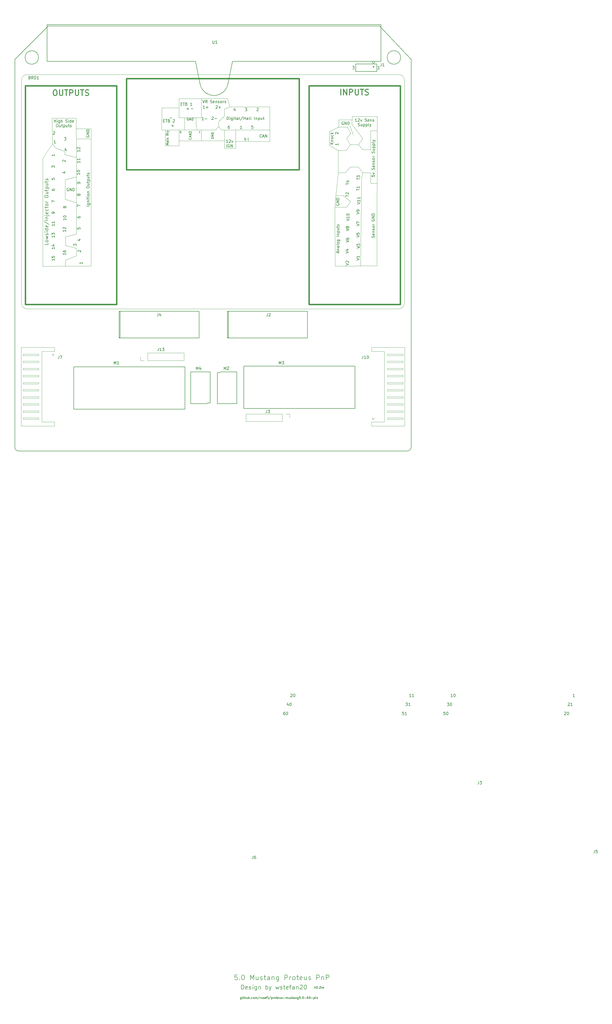
<source format=gto>
G04 #@! TF.GenerationSoftware,KiCad,Pcbnew,(6.0.1)*
G04 #@! TF.CreationDate,2022-06-06T22:48:31+03:00*
G04 #@! TF.ProjectId,5.0mustangProteusPnP,352e306d-7573-4746-916e-6750726f7465,R0.1*
G04 #@! TF.SameCoordinates,PX1312d00PYfeced300*
G04 #@! TF.FileFunction,Legend,Top*
G04 #@! TF.FilePolarity,Positive*
%FSLAX46Y46*%
G04 Gerber Fmt 4.6, Leading zero omitted, Abs format (unit mm)*
G04 Created by KiCad (PCBNEW (6.0.1)) date 2022-06-06 22:48:31*
%MOMM*%
%LPD*%
G01*
G04 APERTURE LIST*
G04 #@! TA.AperFunction,Profile*
%ADD10C,0.200000*%
G04 #@! TD*
%ADD11C,0.130000*%
%ADD12C,0.150000*%
%ADD13C,0.200000*%
%ADD14C,0.139700*%
%ADD15C,0.300000*%
%ADD16C,0.152400*%
%ADD17C,0.127000*%
%ADD18C,0.120000*%
%ADD19C,0.500000*%
%ADD20C,0.100000*%
G04 APERTURE END LIST*
D10*
X0Y1270000D02*
X0Y137844000D01*
X128521100Y149606000D02*
X11753100Y149606000D01*
X11753100Y149606000D02*
X0Y137844000D01*
X139700000Y1270000D02*
X139700000Y137844000D01*
X138430000Y0D02*
G75*
G03*
X139700000Y1270000I1J1269999D01*
G01*
X8350250Y138493500D02*
G75*
G03*
X8350250Y138493500I-2381250J0D01*
G01*
X128521100Y149606000D02*
X139700000Y137844000D01*
X0Y1270000D02*
G75*
G03*
X1270000Y0I1269999J-1D01*
G01*
X138430000Y0D02*
X1270000Y0D01*
X135992750Y138493500D02*
G75*
G03*
X135992750Y138493500I-2381250J0D01*
G01*
D11*
X194986204Y-88780780D02*
X195034585Y-88732400D01*
X195131347Y-88684019D01*
X195373252Y-88684019D01*
X195470014Y-88732400D01*
X195518395Y-88780780D01*
X195566776Y-88877542D01*
X195566776Y-88974304D01*
X195518395Y-89119447D01*
X194937823Y-89700019D01*
X195566776Y-89700019D01*
X196534395Y-89700019D02*
X195953823Y-89700019D01*
X196244109Y-89700019D02*
X196244109Y-88684019D01*
X196147347Y-88829161D01*
X196050585Y-88925923D01*
X195953823Y-88974304D01*
X163511613Y-116265879D02*
X163511613Y-116991593D01*
X163463232Y-117136736D01*
X163366470Y-117233498D01*
X163221327Y-117281879D01*
X163124565Y-117281879D01*
X163898660Y-116265879D02*
X164527613Y-116265879D01*
X164188946Y-116652926D01*
X164334089Y-116652926D01*
X164430851Y-116701307D01*
X164479232Y-116749688D01*
X164527613Y-116846450D01*
X164527613Y-117088355D01*
X164479232Y-117185117D01*
X164430851Y-117233498D01*
X164334089Y-117281879D01*
X164043803Y-117281879D01*
X163947041Y-117233498D01*
X163898660Y-117185117D01*
X204324333Y-140487319D02*
X204324333Y-141213033D01*
X204275952Y-141358176D01*
X204179190Y-141454938D01*
X204034047Y-141503319D01*
X203937285Y-141503319D01*
X205291952Y-140487319D02*
X204808142Y-140487319D01*
X204759761Y-140971128D01*
X204808142Y-140922747D01*
X204904904Y-140874366D01*
X205146809Y-140874366D01*
X205243571Y-140922747D01*
X205291952Y-140971128D01*
X205340333Y-141067890D01*
X205340333Y-141309795D01*
X205291952Y-141406557D01*
X205243571Y-141454938D01*
X205146809Y-141503319D01*
X204904904Y-141503319D01*
X204808142Y-141454938D01*
X204759761Y-141406557D01*
X95140014Y-91859019D02*
X94946490Y-91859019D01*
X94849728Y-91907400D01*
X94801347Y-91955780D01*
X94704585Y-92100923D01*
X94656204Y-92294447D01*
X94656204Y-92681495D01*
X94704585Y-92778257D01*
X94752966Y-92826638D01*
X94849728Y-92875019D01*
X95043252Y-92875019D01*
X95140014Y-92826638D01*
X95188395Y-92778257D01*
X95236776Y-92681495D01*
X95236776Y-92439590D01*
X95188395Y-92342828D01*
X95140014Y-92294447D01*
X95043252Y-92246066D01*
X94849728Y-92246066D01*
X94752966Y-92294447D01*
X94704585Y-92342828D01*
X94656204Y-92439590D01*
X95865728Y-91859019D02*
X95962490Y-91859019D01*
X96059252Y-91907400D01*
X96107633Y-91955780D01*
X96156014Y-92052542D01*
X96204395Y-92246066D01*
X96204395Y-92487971D01*
X96156014Y-92681495D01*
X96107633Y-92778257D01*
X96059252Y-92826638D01*
X95962490Y-92875019D01*
X95865728Y-92875019D01*
X95768966Y-92826638D01*
X95720585Y-92778257D01*
X95672204Y-92681495D01*
X95623823Y-92487971D01*
X95623823Y-92246066D01*
X95672204Y-92052542D01*
X95720585Y-91955780D01*
X95768966Y-91907400D01*
X95865728Y-91859019D01*
X83928333Y-142506619D02*
X83928333Y-143232333D01*
X83879952Y-143377476D01*
X83783190Y-143474238D01*
X83638047Y-143522619D01*
X83541285Y-143522619D01*
X84847571Y-142506619D02*
X84654047Y-142506619D01*
X84557285Y-142555000D01*
X84508904Y-142603380D01*
X84412142Y-142748523D01*
X84363761Y-142942047D01*
X84363761Y-143329095D01*
X84412142Y-143425857D01*
X84460523Y-143474238D01*
X84557285Y-143522619D01*
X84750809Y-143522619D01*
X84847571Y-143474238D01*
X84895952Y-143425857D01*
X84944333Y-143329095D01*
X84944333Y-143087190D01*
X84895952Y-142990428D01*
X84847571Y-142942047D01*
X84750809Y-142893666D01*
X84557285Y-142893666D01*
X84460523Y-142942047D01*
X84412142Y-142990428D01*
X84363761Y-143087190D01*
X154291776Y-86525019D02*
X153711204Y-86525019D01*
X154001490Y-86525019D02*
X154001490Y-85509019D01*
X153904728Y-85654161D01*
X153807966Y-85750923D01*
X153711204Y-85799304D01*
X154920728Y-85509019D02*
X155017490Y-85509019D01*
X155114252Y-85557400D01*
X155162633Y-85605780D01*
X155211014Y-85702542D01*
X155259395Y-85896066D01*
X155259395Y-86137971D01*
X155211014Y-86331495D01*
X155162633Y-86428257D01*
X155114252Y-86476638D01*
X155017490Y-86525019D01*
X154920728Y-86525019D01*
X154823966Y-86476638D01*
X154775585Y-86428257D01*
X154727204Y-86331495D01*
X154678823Y-86137971D01*
X154678823Y-85896066D01*
X154727204Y-85702542D01*
X154775585Y-85605780D01*
X154823966Y-85557400D01*
X154920728Y-85509019D01*
X105542331Y-188461185D02*
X105792331Y-189211185D01*
X106042331Y-188461185D01*
X106435188Y-188461185D02*
X106506617Y-188461185D01*
X106578045Y-188496900D01*
X106613760Y-188532614D01*
X106649474Y-188604042D01*
X106685188Y-188746900D01*
X106685188Y-188925471D01*
X106649474Y-189068328D01*
X106613760Y-189139757D01*
X106578045Y-189175471D01*
X106506617Y-189211185D01*
X106435188Y-189211185D01*
X106363760Y-189175471D01*
X106328045Y-189139757D01*
X106292331Y-189068328D01*
X106256617Y-188925471D01*
X106256617Y-188746900D01*
X106292331Y-188604042D01*
X106328045Y-188532614D01*
X106363760Y-188496900D01*
X106435188Y-188461185D01*
X107006617Y-189139757D02*
X107042331Y-189175471D01*
X107006617Y-189211185D01*
X106970902Y-189175471D01*
X107006617Y-189139757D01*
X107006617Y-189211185D01*
X107328045Y-188532614D02*
X107363760Y-188496900D01*
X107435188Y-188461185D01*
X107613760Y-188461185D01*
X107685188Y-188496900D01*
X107720902Y-188532614D01*
X107756617Y-188604042D01*
X107756617Y-188675471D01*
X107720902Y-188782614D01*
X107292331Y-189211185D01*
X107756617Y-189211185D01*
X108078045Y-189211185D02*
X108078045Y-188711185D01*
X108078045Y-188854042D02*
X108113760Y-188782614D01*
X108149474Y-188746900D01*
X108220902Y-188711185D01*
X108292331Y-188711185D01*
X108828045Y-189175471D02*
X108756617Y-189211185D01*
X108613760Y-189211185D01*
X108542331Y-189175471D01*
X108506617Y-189104042D01*
X108506617Y-188818328D01*
X108542331Y-188746900D01*
X108613760Y-188711185D01*
X108756617Y-188711185D01*
X108828045Y-188746900D01*
X108863760Y-188818328D01*
X108863760Y-188889757D01*
X108506617Y-188961185D01*
X193716204Y-91955780D02*
X193764585Y-91907400D01*
X193861347Y-91859019D01*
X194103252Y-91859019D01*
X194200014Y-91907400D01*
X194248395Y-91955780D01*
X194296776Y-92052542D01*
X194296776Y-92149304D01*
X194248395Y-92294447D01*
X193667823Y-92875019D01*
X194296776Y-92875019D01*
X194925728Y-91859019D02*
X195022490Y-91859019D01*
X195119252Y-91907400D01*
X195167633Y-91955780D01*
X195216014Y-92052542D01*
X195264395Y-92246066D01*
X195264395Y-92487971D01*
X195216014Y-92681495D01*
X195167633Y-92778257D01*
X195119252Y-92826638D01*
X195022490Y-92875019D01*
X194925728Y-92875019D01*
X194828966Y-92826638D01*
X194780585Y-92778257D01*
X194732204Y-92681495D01*
X194683823Y-92487971D01*
X194683823Y-92246066D01*
X194732204Y-92052542D01*
X194780585Y-91955780D01*
X194828966Y-91907400D01*
X194925728Y-91859019D01*
X78391006Y-184421066D02*
X77557673Y-184421066D01*
X77474339Y-185254400D01*
X77557673Y-185171066D01*
X77724339Y-185087733D01*
X78141006Y-185087733D01*
X78307673Y-185171066D01*
X78391006Y-185254400D01*
X78474339Y-185421066D01*
X78474339Y-185837733D01*
X78391006Y-186004400D01*
X78307673Y-186087733D01*
X78141006Y-186171066D01*
X77724339Y-186171066D01*
X77557673Y-186087733D01*
X77474339Y-186004400D01*
X79224339Y-186004400D02*
X79307673Y-186087733D01*
X79224339Y-186171066D01*
X79141006Y-186087733D01*
X79224339Y-186004400D01*
X79224339Y-186171066D01*
X80391006Y-184421066D02*
X80557673Y-184421066D01*
X80724339Y-184504400D01*
X80807673Y-184587733D01*
X80891006Y-184754400D01*
X80974339Y-185087733D01*
X80974339Y-185504400D01*
X80891006Y-185837733D01*
X80807673Y-186004400D01*
X80724339Y-186087733D01*
X80557673Y-186171066D01*
X80391006Y-186171066D01*
X80224339Y-186087733D01*
X80141006Y-186004400D01*
X80057673Y-185837733D01*
X79974339Y-185504400D01*
X79974339Y-185087733D01*
X80057673Y-184754400D01*
X80141006Y-184587733D01*
X80224339Y-184504400D01*
X80391006Y-184421066D01*
X83057673Y-186171066D02*
X83057673Y-184421066D01*
X83641006Y-185671066D01*
X84224339Y-184421066D01*
X84224339Y-186171066D01*
X85807673Y-185004400D02*
X85807673Y-186171066D01*
X85057673Y-185004400D02*
X85057673Y-185921066D01*
X85141006Y-186087733D01*
X85307673Y-186171066D01*
X85557673Y-186171066D01*
X85724339Y-186087733D01*
X85807673Y-186004400D01*
X86557673Y-186087733D02*
X86724339Y-186171066D01*
X87057673Y-186171066D01*
X87224339Y-186087733D01*
X87307673Y-185921066D01*
X87307673Y-185837733D01*
X87224339Y-185671066D01*
X87057673Y-185587733D01*
X86807673Y-185587733D01*
X86641006Y-185504400D01*
X86557673Y-185337733D01*
X86557673Y-185254400D01*
X86641006Y-185087733D01*
X86807673Y-185004400D01*
X87057673Y-185004400D01*
X87224339Y-185087733D01*
X87807673Y-185004400D02*
X88474339Y-185004400D01*
X88057673Y-184421066D02*
X88057673Y-185921066D01*
X88141006Y-186087733D01*
X88307673Y-186171066D01*
X88474339Y-186171066D01*
X89807673Y-186171066D02*
X89807673Y-185254400D01*
X89724339Y-185087733D01*
X89557673Y-185004400D01*
X89224339Y-185004400D01*
X89057673Y-185087733D01*
X89807673Y-186087733D02*
X89641006Y-186171066D01*
X89224339Y-186171066D01*
X89057673Y-186087733D01*
X88974339Y-185921066D01*
X88974339Y-185754400D01*
X89057673Y-185587733D01*
X89224339Y-185504400D01*
X89641006Y-185504400D01*
X89807673Y-185421066D01*
X90641006Y-185004400D02*
X90641006Y-186171066D01*
X90641006Y-185171066D02*
X90724339Y-185087733D01*
X90891006Y-185004400D01*
X91141006Y-185004400D01*
X91307673Y-185087733D01*
X91391006Y-185254400D01*
X91391006Y-186171066D01*
X92974339Y-185004400D02*
X92974339Y-186421066D01*
X92891006Y-186587733D01*
X92807673Y-186671066D01*
X92641006Y-186754400D01*
X92391006Y-186754400D01*
X92224339Y-186671066D01*
X92974339Y-186087733D02*
X92807673Y-186171066D01*
X92474339Y-186171066D01*
X92307673Y-186087733D01*
X92224339Y-186004400D01*
X92141006Y-185837733D01*
X92141006Y-185337733D01*
X92224339Y-185171066D01*
X92307673Y-185087733D01*
X92474339Y-185004400D01*
X92807673Y-185004400D01*
X92974339Y-185087733D01*
X95141006Y-186171066D02*
X95141006Y-184421066D01*
X95807673Y-184421066D01*
X95974340Y-184504400D01*
X96057673Y-184587733D01*
X96141006Y-184754400D01*
X96141006Y-185004400D01*
X96057673Y-185171066D01*
X95974340Y-185254400D01*
X95807673Y-185337733D01*
X95141006Y-185337733D01*
X96891006Y-186171066D02*
X96891006Y-185004400D01*
X96891006Y-185337733D02*
X96974340Y-185171066D01*
X97057673Y-185087733D01*
X97224340Y-185004400D01*
X97391006Y-185004400D01*
X98224340Y-186171066D02*
X98057673Y-186087733D01*
X97974340Y-186004400D01*
X97891006Y-185837733D01*
X97891006Y-185337733D01*
X97974340Y-185171066D01*
X98057673Y-185087733D01*
X98224340Y-185004400D01*
X98474340Y-185004400D01*
X98641006Y-185087733D01*
X98724340Y-185171066D01*
X98807673Y-185337733D01*
X98807673Y-185837733D01*
X98724340Y-186004400D01*
X98641006Y-186087733D01*
X98474340Y-186171066D01*
X98224340Y-186171066D01*
X99307673Y-185004400D02*
X99974339Y-185004400D01*
X99557673Y-184421066D02*
X99557673Y-185921066D01*
X99641006Y-186087733D01*
X99807673Y-186171066D01*
X99974339Y-186171066D01*
X101224339Y-186087733D02*
X101057673Y-186171066D01*
X100724339Y-186171066D01*
X100557673Y-186087733D01*
X100474339Y-185921066D01*
X100474339Y-185254400D01*
X100557673Y-185087733D01*
X100724339Y-185004400D01*
X101057673Y-185004400D01*
X101224339Y-185087733D01*
X101307673Y-185254400D01*
X101307673Y-185421066D01*
X100474339Y-185587733D01*
X102807673Y-185004400D02*
X102807673Y-186171066D01*
X102057673Y-185004400D02*
X102057673Y-185921066D01*
X102141006Y-186087733D01*
X102307673Y-186171066D01*
X102557673Y-186171066D01*
X102724339Y-186087733D01*
X102807673Y-186004400D01*
X103557673Y-186087733D02*
X103724339Y-186171066D01*
X104057673Y-186171066D01*
X104224339Y-186087733D01*
X104307673Y-185921066D01*
X104307673Y-185837733D01*
X104224339Y-185671066D01*
X104057673Y-185587733D01*
X103807673Y-185587733D01*
X103641006Y-185504400D01*
X103557673Y-185337733D01*
X103557673Y-185254400D01*
X103641006Y-185087733D01*
X103807673Y-185004400D01*
X104057673Y-185004400D01*
X104224339Y-185087733D01*
X106391006Y-186171066D02*
X106391006Y-184421066D01*
X107057673Y-184421066D01*
X107224339Y-184504400D01*
X107307673Y-184587733D01*
X107391006Y-184754400D01*
X107391006Y-185004400D01*
X107307673Y-185171066D01*
X107224339Y-185254400D01*
X107057673Y-185337733D01*
X106391006Y-185337733D01*
X108141006Y-185004400D02*
X108141006Y-186171066D01*
X108141006Y-185171066D02*
X108224339Y-185087733D01*
X108391006Y-185004400D01*
X108641006Y-185004400D01*
X108807673Y-185087733D01*
X108891006Y-185254400D01*
X108891006Y-186171066D01*
X109724339Y-186171066D02*
X109724339Y-184421066D01*
X110391006Y-184421066D01*
X110557673Y-184504400D01*
X110641006Y-184587733D01*
X110724339Y-184754400D01*
X110724339Y-185004400D01*
X110641006Y-185171066D01*
X110557673Y-185254400D01*
X110391006Y-185337733D01*
X109724339Y-185337733D01*
X197320585Y-86525019D02*
X196740014Y-86525019D01*
X197030300Y-86525019D02*
X197030300Y-85509019D01*
X196933538Y-85654161D01*
X196836776Y-85750923D01*
X196740014Y-85799304D01*
X137098395Y-91859019D02*
X136614585Y-91859019D01*
X136566204Y-92342828D01*
X136614585Y-92294447D01*
X136711347Y-92246066D01*
X136953252Y-92246066D01*
X137050014Y-92294447D01*
X137098395Y-92342828D01*
X137146776Y-92439590D01*
X137146776Y-92681495D01*
X137098395Y-92778257D01*
X137050014Y-92826638D01*
X136953252Y-92875019D01*
X136711347Y-92875019D01*
X136614585Y-92826638D01*
X136566204Y-92778257D01*
X138114395Y-92875019D02*
X137533823Y-92875019D01*
X137824109Y-92875019D02*
X137824109Y-91859019D01*
X137727347Y-92004161D01*
X137630585Y-92100923D01*
X137533823Y-92149304D01*
X79892008Y-189464111D02*
X79892008Y-187964111D01*
X80249151Y-187964111D01*
X80463437Y-188035540D01*
X80606294Y-188178397D01*
X80677722Y-188321254D01*
X80749151Y-188606968D01*
X80749151Y-188821254D01*
X80677722Y-189106968D01*
X80606294Y-189249825D01*
X80463437Y-189392682D01*
X80249151Y-189464111D01*
X79892008Y-189464111D01*
X81963437Y-189392682D02*
X81820580Y-189464111D01*
X81534865Y-189464111D01*
X81392008Y-189392682D01*
X81320580Y-189249825D01*
X81320580Y-188678397D01*
X81392008Y-188535540D01*
X81534865Y-188464111D01*
X81820580Y-188464111D01*
X81963437Y-188535540D01*
X82034865Y-188678397D01*
X82034865Y-188821254D01*
X81320580Y-188964111D01*
X82606294Y-189392682D02*
X82749151Y-189464111D01*
X83034865Y-189464111D01*
X83177722Y-189392682D01*
X83249151Y-189249825D01*
X83249151Y-189178397D01*
X83177722Y-189035540D01*
X83034865Y-188964111D01*
X82820580Y-188964111D01*
X82677722Y-188892682D01*
X82606294Y-188749825D01*
X82606294Y-188678397D01*
X82677722Y-188535540D01*
X82820580Y-188464111D01*
X83034865Y-188464111D01*
X83177722Y-188535540D01*
X83892008Y-189464111D02*
X83892008Y-188464111D01*
X83892008Y-187964111D02*
X83820580Y-188035540D01*
X83892008Y-188106968D01*
X83963437Y-188035540D01*
X83892008Y-187964111D01*
X83892008Y-188106968D01*
X85249151Y-188464111D02*
X85249151Y-189678397D01*
X85177722Y-189821254D01*
X85106294Y-189892682D01*
X84963437Y-189964111D01*
X84749151Y-189964111D01*
X84606294Y-189892682D01*
X85249151Y-189392682D02*
X85106294Y-189464111D01*
X84820580Y-189464111D01*
X84677722Y-189392682D01*
X84606294Y-189321254D01*
X84534865Y-189178397D01*
X84534865Y-188749825D01*
X84606294Y-188606968D01*
X84677722Y-188535540D01*
X84820580Y-188464111D01*
X85106294Y-188464111D01*
X85249151Y-188535540D01*
X85963437Y-188464111D02*
X85963437Y-189464111D01*
X85963437Y-188606968D02*
X86034865Y-188535540D01*
X86177722Y-188464111D01*
X86392008Y-188464111D01*
X86534865Y-188535540D01*
X86606294Y-188678397D01*
X86606294Y-189464111D01*
X88463437Y-189464111D02*
X88463437Y-187964111D01*
X88463437Y-188535540D02*
X88606294Y-188464111D01*
X88892008Y-188464111D01*
X89034865Y-188535540D01*
X89106294Y-188606968D01*
X89177722Y-188749825D01*
X89177722Y-189178397D01*
X89106294Y-189321254D01*
X89034865Y-189392682D01*
X88892008Y-189464111D01*
X88606294Y-189464111D01*
X88463437Y-189392682D01*
X89677722Y-188464111D02*
X90034865Y-189464111D01*
X90392008Y-188464111D02*
X90034865Y-189464111D01*
X89892008Y-189821254D01*
X89820580Y-189892682D01*
X89677722Y-189964111D01*
X91963437Y-188464111D02*
X92249151Y-189464111D01*
X92534865Y-188749825D01*
X92820580Y-189464111D01*
X93106294Y-188464111D01*
X93606294Y-189392682D02*
X93749151Y-189464111D01*
X94034865Y-189464111D01*
X94177722Y-189392682D01*
X94249151Y-189249825D01*
X94249151Y-189178397D01*
X94177722Y-189035540D01*
X94034865Y-188964111D01*
X93820580Y-188964111D01*
X93677722Y-188892682D01*
X93606294Y-188749825D01*
X93606294Y-188678397D01*
X93677722Y-188535540D01*
X93820580Y-188464111D01*
X94034865Y-188464111D01*
X94177722Y-188535540D01*
X94677722Y-188464111D02*
X95249151Y-188464111D01*
X94892008Y-187964111D02*
X94892008Y-189249825D01*
X94963437Y-189392682D01*
X95106294Y-189464111D01*
X95249151Y-189464111D01*
X96320580Y-189392682D02*
X96177722Y-189464111D01*
X95892008Y-189464111D01*
X95749151Y-189392682D01*
X95677722Y-189249825D01*
X95677722Y-188678397D01*
X95749151Y-188535540D01*
X95892008Y-188464111D01*
X96177722Y-188464111D01*
X96320580Y-188535540D01*
X96392008Y-188678397D01*
X96392008Y-188821254D01*
X95677722Y-188964111D01*
X96820580Y-188464111D02*
X97392008Y-188464111D01*
X97034865Y-189464111D02*
X97034865Y-188178397D01*
X97106294Y-188035540D01*
X97249151Y-187964111D01*
X97392008Y-187964111D01*
X98534865Y-189464111D02*
X98534865Y-188678397D01*
X98463437Y-188535540D01*
X98320580Y-188464111D01*
X98034865Y-188464111D01*
X97892008Y-188535540D01*
X98534865Y-189392682D02*
X98392008Y-189464111D01*
X98034865Y-189464111D01*
X97892008Y-189392682D01*
X97820580Y-189249825D01*
X97820580Y-189106968D01*
X97892008Y-188964111D01*
X98034865Y-188892682D01*
X98392008Y-188892682D01*
X98534865Y-188821254D01*
X99249151Y-188464111D02*
X99249151Y-189464111D01*
X99249151Y-188606968D02*
X99320580Y-188535540D01*
X99463437Y-188464111D01*
X99677722Y-188464111D01*
X99820580Y-188535540D01*
X99892008Y-188678397D01*
X99892008Y-189464111D01*
X100534865Y-188106968D02*
X100606294Y-188035540D01*
X100749151Y-187964111D01*
X101106294Y-187964111D01*
X101249151Y-188035540D01*
X101320580Y-188106968D01*
X101392008Y-188249825D01*
X101392008Y-188392682D01*
X101320580Y-188606968D01*
X100463437Y-189464111D01*
X101392008Y-189464111D01*
X102320580Y-187964111D02*
X102463437Y-187964111D01*
X102606294Y-188035540D01*
X102677722Y-188106968D01*
X102749151Y-188249825D01*
X102820580Y-188535540D01*
X102820580Y-188892682D01*
X102749151Y-189178397D01*
X102677722Y-189321254D01*
X102606294Y-189392682D01*
X102463437Y-189464111D01*
X102320580Y-189464111D01*
X102177722Y-189392682D01*
X102106294Y-189321254D01*
X102034865Y-189178397D01*
X101963437Y-188892682D01*
X101963437Y-188535540D01*
X102034865Y-188249825D01*
X102106294Y-188106968D01*
X102177722Y-188035540D01*
X102320580Y-187964111D01*
X151703395Y-91859019D02*
X151219585Y-91859019D01*
X151171204Y-92342828D01*
X151219585Y-92294447D01*
X151316347Y-92246066D01*
X151558252Y-92246066D01*
X151655014Y-92294447D01*
X151703395Y-92342828D01*
X151751776Y-92439590D01*
X151751776Y-92681495D01*
X151703395Y-92778257D01*
X151655014Y-92826638D01*
X151558252Y-92875019D01*
X151316347Y-92875019D01*
X151219585Y-92826638D01*
X151171204Y-92778257D01*
X152380728Y-91859019D02*
X152477490Y-91859019D01*
X152574252Y-91907400D01*
X152622633Y-91955780D01*
X152671014Y-92052542D01*
X152719395Y-92246066D01*
X152719395Y-92487971D01*
X152671014Y-92681495D01*
X152622633Y-92778257D01*
X152574252Y-92826638D01*
X152477490Y-92875019D01*
X152380728Y-92875019D01*
X152283966Y-92826638D01*
X152235585Y-92778257D01*
X152187204Y-92681495D01*
X152138823Y-92487971D01*
X152138823Y-92246066D01*
X152187204Y-92052542D01*
X152235585Y-91955780D01*
X152283966Y-91907400D01*
X152380728Y-91859019D01*
X79830645Y-192312905D02*
X79830645Y-192920048D01*
X79794931Y-192991477D01*
X79759217Y-193027191D01*
X79687788Y-193062905D01*
X79580645Y-193062905D01*
X79509217Y-193027191D01*
X79830645Y-192777191D02*
X79759217Y-192812905D01*
X79616360Y-192812905D01*
X79544931Y-192777191D01*
X79509217Y-192741477D01*
X79473502Y-192670048D01*
X79473502Y-192455762D01*
X79509217Y-192384334D01*
X79544931Y-192348620D01*
X79616360Y-192312905D01*
X79759217Y-192312905D01*
X79830645Y-192348620D01*
X80187788Y-192812905D02*
X80187788Y-192312905D01*
X80187788Y-192062905D02*
X80152074Y-192098620D01*
X80187788Y-192134334D01*
X80223502Y-192098620D01*
X80187788Y-192062905D01*
X80187788Y-192134334D01*
X80437788Y-192312905D02*
X80723502Y-192312905D01*
X80544931Y-192062905D02*
X80544931Y-192705762D01*
X80580645Y-192777191D01*
X80652074Y-192812905D01*
X80723502Y-192812905D01*
X80973502Y-192812905D02*
X80973502Y-192062905D01*
X81294931Y-192812905D02*
X81294931Y-192420048D01*
X81259217Y-192348620D01*
X81187788Y-192312905D01*
X81080645Y-192312905D01*
X81009217Y-192348620D01*
X80973502Y-192384334D01*
X81973502Y-192312905D02*
X81973502Y-192812905D01*
X81652074Y-192312905D02*
X81652074Y-192705762D01*
X81687788Y-192777191D01*
X81759217Y-192812905D01*
X81866360Y-192812905D01*
X81937788Y-192777191D01*
X81973502Y-192741477D01*
X82330645Y-192812905D02*
X82330645Y-192062905D01*
X82330645Y-192348620D02*
X82402074Y-192312905D01*
X82544931Y-192312905D01*
X82616360Y-192348620D01*
X82652074Y-192384334D01*
X82687788Y-192455762D01*
X82687788Y-192670048D01*
X82652074Y-192741477D01*
X82616360Y-192777191D01*
X82544931Y-192812905D01*
X82402074Y-192812905D01*
X82330645Y-192777191D01*
X83009217Y-192741477D02*
X83044931Y-192777191D01*
X83009217Y-192812905D01*
X82973502Y-192777191D01*
X83009217Y-192741477D01*
X83009217Y-192812905D01*
X83687788Y-192777191D02*
X83616360Y-192812905D01*
X83473502Y-192812905D01*
X83402074Y-192777191D01*
X83366360Y-192741477D01*
X83330645Y-192670048D01*
X83330645Y-192455762D01*
X83366360Y-192384334D01*
X83402074Y-192348620D01*
X83473502Y-192312905D01*
X83616360Y-192312905D01*
X83687788Y-192348620D01*
X84116360Y-192812905D02*
X84044931Y-192777191D01*
X84009217Y-192741477D01*
X83973502Y-192670048D01*
X83973502Y-192455762D01*
X84009217Y-192384334D01*
X84044931Y-192348620D01*
X84116360Y-192312905D01*
X84223502Y-192312905D01*
X84294931Y-192348620D01*
X84330645Y-192384334D01*
X84366360Y-192455762D01*
X84366360Y-192670048D01*
X84330645Y-192741477D01*
X84294931Y-192777191D01*
X84223502Y-192812905D01*
X84116360Y-192812905D01*
X84687788Y-192812905D02*
X84687788Y-192312905D01*
X84687788Y-192384334D02*
X84723502Y-192348620D01*
X84794931Y-192312905D01*
X84902074Y-192312905D01*
X84973502Y-192348620D01*
X85009217Y-192420048D01*
X85009217Y-192812905D01*
X85009217Y-192420048D02*
X85044931Y-192348620D01*
X85116360Y-192312905D01*
X85223502Y-192312905D01*
X85294931Y-192348620D01*
X85330645Y-192420048D01*
X85330645Y-192812905D01*
X86223502Y-192027191D02*
X85580645Y-192991477D01*
X86473502Y-192812905D02*
X86473502Y-192312905D01*
X86473502Y-192455762D02*
X86509217Y-192384334D01*
X86544931Y-192348620D01*
X86616360Y-192312905D01*
X86687788Y-192312905D01*
X87259217Y-192312905D02*
X87259217Y-192812905D01*
X86937788Y-192312905D02*
X86937788Y-192705762D01*
X86973502Y-192777191D01*
X87044931Y-192812905D01*
X87152074Y-192812905D01*
X87223502Y-192777191D01*
X87259217Y-192741477D01*
X87580645Y-192777191D02*
X87652074Y-192812905D01*
X87794931Y-192812905D01*
X87866360Y-192777191D01*
X87902074Y-192705762D01*
X87902074Y-192670048D01*
X87866360Y-192598620D01*
X87794931Y-192562905D01*
X87687788Y-192562905D01*
X87616360Y-192527191D01*
X87580645Y-192455762D01*
X87580645Y-192420048D01*
X87616360Y-192348620D01*
X87687788Y-192312905D01*
X87794931Y-192312905D01*
X87866360Y-192348620D01*
X88509217Y-192777191D02*
X88437788Y-192812905D01*
X88294931Y-192812905D01*
X88223502Y-192777191D01*
X88187788Y-192705762D01*
X88187788Y-192420048D01*
X88223502Y-192348620D01*
X88294931Y-192312905D01*
X88437788Y-192312905D01*
X88509217Y-192348620D01*
X88544931Y-192420048D01*
X88544931Y-192491477D01*
X88187788Y-192562905D01*
X88759217Y-192312905D02*
X89044931Y-192312905D01*
X88866360Y-192812905D02*
X88866360Y-192170048D01*
X88902074Y-192098620D01*
X88973502Y-192062905D01*
X89044931Y-192062905D01*
X89294931Y-192812905D02*
X89294931Y-192312905D01*
X89294931Y-192062905D02*
X89259217Y-192098620D01*
X89294931Y-192134334D01*
X89330645Y-192098620D01*
X89294931Y-192062905D01*
X89294931Y-192134334D01*
X90187788Y-192027191D02*
X89544931Y-192991477D01*
X90437788Y-192312905D02*
X90437788Y-193062905D01*
X90437788Y-192348620D02*
X90509217Y-192312905D01*
X90652074Y-192312905D01*
X90723502Y-192348620D01*
X90759217Y-192384334D01*
X90794931Y-192455762D01*
X90794931Y-192670048D01*
X90759217Y-192741477D01*
X90723502Y-192777191D01*
X90652074Y-192812905D01*
X90509217Y-192812905D01*
X90437788Y-192777191D01*
X91116360Y-192812905D02*
X91116360Y-192312905D01*
X91116360Y-192455762D02*
X91152074Y-192384334D01*
X91187788Y-192348620D01*
X91259217Y-192312905D01*
X91330645Y-192312905D01*
X91687788Y-192812905D02*
X91616360Y-192777191D01*
X91580645Y-192741477D01*
X91544931Y-192670048D01*
X91544931Y-192455762D01*
X91580645Y-192384334D01*
X91616360Y-192348620D01*
X91687788Y-192312905D01*
X91794931Y-192312905D01*
X91866360Y-192348620D01*
X91902074Y-192384334D01*
X91937788Y-192455762D01*
X91937788Y-192670048D01*
X91902074Y-192741477D01*
X91866360Y-192777191D01*
X91794931Y-192812905D01*
X91687788Y-192812905D01*
X92152074Y-192312905D02*
X92437788Y-192312905D01*
X92259217Y-192062905D02*
X92259217Y-192705762D01*
X92294931Y-192777191D01*
X92366360Y-192812905D01*
X92437788Y-192812905D01*
X92973502Y-192777191D02*
X92902074Y-192812905D01*
X92759217Y-192812905D01*
X92687788Y-192777191D01*
X92652074Y-192705762D01*
X92652074Y-192420048D01*
X92687788Y-192348620D01*
X92759217Y-192312905D01*
X92902074Y-192312905D01*
X92973502Y-192348620D01*
X93009217Y-192420048D01*
X93009217Y-192491477D01*
X92652074Y-192562905D01*
X93652074Y-192312905D02*
X93652074Y-192812905D01*
X93330645Y-192312905D02*
X93330645Y-192705762D01*
X93366360Y-192777191D01*
X93437788Y-192812905D01*
X93544931Y-192812905D01*
X93616360Y-192777191D01*
X93652074Y-192741477D01*
X93973502Y-192777191D02*
X94044931Y-192812905D01*
X94187788Y-192812905D01*
X94259217Y-192777191D01*
X94294931Y-192705762D01*
X94294931Y-192670048D01*
X94259217Y-192598620D01*
X94187788Y-192562905D01*
X94080645Y-192562905D01*
X94009217Y-192527191D01*
X93973502Y-192455762D01*
X93973502Y-192420048D01*
X94009217Y-192348620D01*
X94080645Y-192312905D01*
X94187788Y-192312905D01*
X94259217Y-192348620D01*
X94616360Y-192527191D02*
X95187788Y-192527191D01*
X95544931Y-192812905D02*
X95544931Y-192312905D01*
X95544931Y-192384334D02*
X95580645Y-192348620D01*
X95652074Y-192312905D01*
X95759217Y-192312905D01*
X95830645Y-192348620D01*
X95866360Y-192420048D01*
X95866360Y-192812905D01*
X95866360Y-192420048D02*
X95902074Y-192348620D01*
X95973502Y-192312905D01*
X96080645Y-192312905D01*
X96152074Y-192348620D01*
X96187788Y-192420048D01*
X96187788Y-192812905D01*
X96866360Y-192312905D02*
X96866360Y-192812905D01*
X96544931Y-192312905D02*
X96544931Y-192705762D01*
X96580645Y-192777191D01*
X96652074Y-192812905D01*
X96759217Y-192812905D01*
X96830645Y-192777191D01*
X96866360Y-192741477D01*
X97187788Y-192777191D02*
X97259217Y-192812905D01*
X97402074Y-192812905D01*
X97473502Y-192777191D01*
X97509217Y-192705762D01*
X97509217Y-192670048D01*
X97473502Y-192598620D01*
X97402074Y-192562905D01*
X97294931Y-192562905D01*
X97223502Y-192527191D01*
X97187788Y-192455762D01*
X97187788Y-192420048D01*
X97223502Y-192348620D01*
X97294931Y-192312905D01*
X97402074Y-192312905D01*
X97473502Y-192348620D01*
X97723502Y-192312905D02*
X98009217Y-192312905D01*
X97830645Y-192062905D02*
X97830645Y-192705762D01*
X97866360Y-192777191D01*
X97937788Y-192812905D01*
X98009217Y-192812905D01*
X98580645Y-192812905D02*
X98580645Y-192420048D01*
X98544931Y-192348620D01*
X98473502Y-192312905D01*
X98330645Y-192312905D01*
X98259217Y-192348620D01*
X98580645Y-192777191D02*
X98509217Y-192812905D01*
X98330645Y-192812905D01*
X98259217Y-192777191D01*
X98223502Y-192705762D01*
X98223502Y-192634334D01*
X98259217Y-192562905D01*
X98330645Y-192527191D01*
X98509217Y-192527191D01*
X98580645Y-192491477D01*
X98937788Y-192312905D02*
X98937788Y-192812905D01*
X98937788Y-192384334D02*
X98973502Y-192348620D01*
X99044931Y-192312905D01*
X99152074Y-192312905D01*
X99223502Y-192348620D01*
X99259217Y-192420048D01*
X99259217Y-192812905D01*
X99937788Y-192312905D02*
X99937788Y-192920048D01*
X99902074Y-192991477D01*
X99866360Y-193027191D01*
X99794931Y-193062905D01*
X99687788Y-193062905D01*
X99616360Y-193027191D01*
X99937788Y-192777191D02*
X99866360Y-192812905D01*
X99723502Y-192812905D01*
X99652074Y-192777191D01*
X99616360Y-192741477D01*
X99580645Y-192670048D01*
X99580645Y-192455762D01*
X99616360Y-192384334D01*
X99652074Y-192348620D01*
X99723502Y-192312905D01*
X99866360Y-192312905D01*
X99937788Y-192348620D01*
X100652074Y-192062905D02*
X100294931Y-192062905D01*
X100259217Y-192420048D01*
X100294931Y-192384334D01*
X100366360Y-192348620D01*
X100544931Y-192348620D01*
X100616360Y-192384334D01*
X100652074Y-192420048D01*
X100687788Y-192491477D01*
X100687788Y-192670048D01*
X100652074Y-192741477D01*
X100616360Y-192777191D01*
X100544931Y-192812905D01*
X100366360Y-192812905D01*
X100294931Y-192777191D01*
X100259217Y-192741477D01*
X101009217Y-192741477D02*
X101044931Y-192777191D01*
X101009217Y-192812905D01*
X100973502Y-192777191D01*
X101009217Y-192741477D01*
X101009217Y-192812905D01*
X101509217Y-192062905D02*
X101580645Y-192062905D01*
X101652074Y-192098620D01*
X101687788Y-192134334D01*
X101723502Y-192205762D01*
X101759217Y-192348620D01*
X101759217Y-192527191D01*
X101723502Y-192670048D01*
X101687788Y-192741477D01*
X101652074Y-192777191D01*
X101580645Y-192812905D01*
X101509217Y-192812905D01*
X101437788Y-192777191D01*
X101402074Y-192741477D01*
X101366360Y-192670048D01*
X101330645Y-192527191D01*
X101330645Y-192348620D01*
X101366360Y-192205762D01*
X101402074Y-192134334D01*
X101437788Y-192098620D01*
X101509217Y-192062905D01*
X102080645Y-192527191D02*
X102652074Y-192527191D01*
X103330645Y-192062905D02*
X103187788Y-192062905D01*
X103116360Y-192098620D01*
X103080645Y-192134334D01*
X103009217Y-192241477D01*
X102973502Y-192384334D01*
X102973502Y-192670048D01*
X103009217Y-192741477D01*
X103044931Y-192777191D01*
X103116360Y-192812905D01*
X103259217Y-192812905D01*
X103330645Y-192777191D01*
X103366360Y-192741477D01*
X103402074Y-192670048D01*
X103402074Y-192491477D01*
X103366360Y-192420048D01*
X103330645Y-192384334D01*
X103259217Y-192348620D01*
X103116360Y-192348620D01*
X103044931Y-192384334D01*
X103009217Y-192420048D01*
X102973502Y-192491477D01*
X103866360Y-192062905D02*
X103937788Y-192062905D01*
X104009217Y-192098620D01*
X104044931Y-192134334D01*
X104080645Y-192205762D01*
X104116360Y-192348620D01*
X104116360Y-192527191D01*
X104080645Y-192670048D01*
X104044931Y-192741477D01*
X104009217Y-192777191D01*
X103937788Y-192812905D01*
X103866360Y-192812905D01*
X103794931Y-192777191D01*
X103759217Y-192741477D01*
X103723502Y-192670048D01*
X103687788Y-192527191D01*
X103687788Y-192348620D01*
X103723502Y-192205762D01*
X103759217Y-192134334D01*
X103794931Y-192098620D01*
X103866360Y-192062905D01*
X104437788Y-192527191D02*
X105009217Y-192527191D01*
X105366360Y-192312905D02*
X105366360Y-193062905D01*
X105366360Y-192348620D02*
X105437788Y-192312905D01*
X105580645Y-192312905D01*
X105652074Y-192348620D01*
X105687788Y-192384334D01*
X105723502Y-192455762D01*
X105723502Y-192670048D01*
X105687788Y-192741477D01*
X105652074Y-192777191D01*
X105580645Y-192812905D01*
X105437788Y-192812905D01*
X105366360Y-192777191D01*
X106044931Y-192812905D02*
X106044931Y-192312905D01*
X106044931Y-192062905D02*
X106009217Y-192098620D01*
X106044931Y-192134334D01*
X106080645Y-192098620D01*
X106044931Y-192062905D01*
X106044931Y-192134334D01*
X106402074Y-192312905D02*
X106402074Y-192812905D01*
X106402074Y-192384334D02*
X106437788Y-192348620D01*
X106509217Y-192312905D01*
X106616360Y-192312905D01*
X106687788Y-192348620D01*
X106723502Y-192420048D01*
X106723502Y-192812905D01*
X97196204Y-85605780D02*
X97244585Y-85557400D01*
X97341347Y-85509019D01*
X97583252Y-85509019D01*
X97680014Y-85557400D01*
X97728395Y-85605780D01*
X97776776Y-85702542D01*
X97776776Y-85799304D01*
X97728395Y-85944447D01*
X97147823Y-86525019D01*
X97776776Y-86525019D01*
X98405728Y-85509019D02*
X98502490Y-85509019D01*
X98599252Y-85557400D01*
X98647633Y-85605780D01*
X98696014Y-85702542D01*
X98744395Y-85896066D01*
X98744395Y-86137971D01*
X98696014Y-86331495D01*
X98647633Y-86428257D01*
X98599252Y-86476638D01*
X98502490Y-86525019D01*
X98405728Y-86525019D01*
X98308966Y-86476638D01*
X98260585Y-86428257D01*
X98212204Y-86331495D01*
X98163823Y-86137971D01*
X98163823Y-85896066D01*
X98212204Y-85702542D01*
X98260585Y-85605780D01*
X98308966Y-85557400D01*
X98405728Y-85509019D01*
X137787823Y-88684019D02*
X138416776Y-88684019D01*
X138078109Y-89071066D01*
X138223252Y-89071066D01*
X138320014Y-89119447D01*
X138368395Y-89167828D01*
X138416776Y-89264590D01*
X138416776Y-89506495D01*
X138368395Y-89603257D01*
X138320014Y-89651638D01*
X138223252Y-89700019D01*
X137932966Y-89700019D01*
X137836204Y-89651638D01*
X137787823Y-89603257D01*
X139384395Y-89700019D02*
X138803823Y-89700019D01*
X139094109Y-89700019D02*
X139094109Y-88684019D01*
X138997347Y-88829161D01*
X138900585Y-88925923D01*
X138803823Y-88974304D01*
X96410014Y-89022685D02*
X96410014Y-89700019D01*
X96168109Y-88635638D02*
X95926204Y-89361352D01*
X96555157Y-89361352D01*
X97135728Y-88684019D02*
X97232490Y-88684019D01*
X97329252Y-88732400D01*
X97377633Y-88780780D01*
X97426014Y-88877542D01*
X97474395Y-89071066D01*
X97474395Y-89312971D01*
X97426014Y-89506495D01*
X97377633Y-89603257D01*
X97329252Y-89651638D01*
X97232490Y-89700019D01*
X97135728Y-89700019D01*
X97038966Y-89651638D01*
X96990585Y-89603257D01*
X96942204Y-89506495D01*
X96893823Y-89312971D01*
X96893823Y-89071066D01*
X96942204Y-88877542D01*
X96990585Y-88780780D01*
X97038966Y-88732400D01*
X97135728Y-88684019D01*
X139686776Y-86525019D02*
X139106204Y-86525019D01*
X139396490Y-86525019D02*
X139396490Y-85509019D01*
X139299728Y-85654161D01*
X139202966Y-85750923D01*
X139106204Y-85799304D01*
X140654395Y-86525019D02*
X140073823Y-86525019D01*
X140364109Y-86525019D02*
X140364109Y-85509019D01*
X140267347Y-85654161D01*
X140170585Y-85750923D01*
X140073823Y-85799304D01*
X152392823Y-88684019D02*
X153021776Y-88684019D01*
X152683109Y-89071066D01*
X152828252Y-89071066D01*
X152925014Y-89119447D01*
X152973395Y-89167828D01*
X153021776Y-89264590D01*
X153021776Y-89506495D01*
X152973395Y-89603257D01*
X152925014Y-89651638D01*
X152828252Y-89700019D01*
X152537966Y-89700019D01*
X152441204Y-89651638D01*
X152392823Y-89603257D01*
X153650728Y-88684019D02*
X153747490Y-88684019D01*
X153844252Y-88732400D01*
X153892633Y-88780780D01*
X153941014Y-88877542D01*
X153989395Y-89071066D01*
X153989395Y-89312971D01*
X153941014Y-89506495D01*
X153892633Y-89603257D01*
X153844252Y-89651638D01*
X153747490Y-89700019D01*
X153650728Y-89700019D01*
X153553966Y-89651638D01*
X153505585Y-89603257D01*
X153457204Y-89506495D01*
X153408823Y-89312971D01*
X153408823Y-89071066D01*
X153457204Y-88877542D01*
X153505585Y-88780780D01*
X153553966Y-88732400D01*
X153650728Y-88684019D01*
G04 #@! TO.C,U1*
X69705044Y144447380D02*
X69705044Y143624904D01*
X69753425Y143528142D01*
X69801806Y143479761D01*
X69898568Y143431380D01*
X70092092Y143431380D01*
X70188854Y143479761D01*
X70237235Y143528142D01*
X70285616Y143624904D01*
X70285616Y144447380D01*
X71301616Y143431380D02*
X70721044Y143431380D01*
X71011330Y143431380D02*
X71011330Y144447380D01*
X70914568Y144302238D01*
X70817806Y144205476D01*
X70721044Y144157095D01*
D12*
G04 #@! TO.C,J2*
X89074666Y48426619D02*
X89074666Y47712333D01*
X89027047Y47569476D01*
X88931809Y47474238D01*
X88788952Y47426619D01*
X88693714Y47426619D01*
X89503238Y48331380D02*
X89550857Y48379000D01*
X89646095Y48426619D01*
X89884190Y48426619D01*
X89979428Y48379000D01*
X90027047Y48331380D01*
X90074666Y48236142D01*
X90074666Y48140904D01*
X90027047Y47998047D01*
X89455619Y47426619D01*
X90074666Y47426619D01*
G04 #@! TO.C,J4*
X50484446Y48441859D02*
X50484446Y47727573D01*
X50436827Y47584716D01*
X50341589Y47489478D01*
X50198732Y47441859D01*
X50103494Y47441859D01*
X51389208Y48108525D02*
X51389208Y47441859D01*
X51151113Y48489478D02*
X50913018Y47775192D01*
X51532065Y47775192D01*
G04 #@! TO.C,J1*
X129206666Y136437619D02*
X129206666Y135723333D01*
X129159047Y135580476D01*
X129063809Y135485238D01*
X128920952Y135437619D01*
X128825714Y135437619D01*
X130206666Y135437619D02*
X129635238Y135437619D01*
X129920952Y135437619D02*
X129920952Y136437619D01*
X129825714Y136294761D01*
X129730476Y136199523D01*
X129635238Y136151904D01*
X128555714Y134421619D02*
X127984285Y134421619D01*
X128270000Y134421619D02*
X128270000Y135421619D01*
X128174761Y135278761D01*
X128079523Y135183523D01*
X127984285Y135135904D01*
X119046666Y135421619D02*
X119665714Y135421619D01*
X119332380Y135040666D01*
X119475238Y135040666D01*
X119570476Y134993047D01*
X119618095Y134945428D01*
X119665714Y134850190D01*
X119665714Y134612095D01*
X119618095Y134516857D01*
X119570476Y134469238D01*
X119475238Y134421619D01*
X119189523Y134421619D01*
X119094285Y134469238D01*
X119046666Y134516857D01*
X119046666Y135421619D02*
X119665714Y135421619D01*
X119332380Y135040666D01*
X119475238Y135040666D01*
X119570476Y134993047D01*
X119618095Y134945428D01*
X119665714Y134850190D01*
X119665714Y134612095D01*
X119618095Y134516857D01*
X119570476Y134469238D01*
X119475238Y134421619D01*
X119189523Y134421619D01*
X119094285Y134469238D01*
X119046666Y134516857D01*
X126441200Y135449559D02*
X126441200Y135211463D01*
X126203104Y135306701D02*
X126441200Y135211463D01*
X126679295Y135306701D01*
X126298342Y135020987D02*
X126441200Y135211463D01*
X126584057Y135020987D01*
X128555714Y134421619D02*
X127984285Y134421619D01*
X128270000Y134421619D02*
X128270000Y135421619D01*
X128174761Y135278761D01*
X128079523Y135183523D01*
X127984285Y135135904D01*
G04 #@! TO.C,BRD1*
X5214238Y131420428D02*
X5357095Y131372809D01*
X5404714Y131325190D01*
X5452333Y131229952D01*
X5452333Y131087095D01*
X5404714Y130991857D01*
X5357095Y130944238D01*
X5261857Y130896619D01*
X4880904Y130896619D01*
X4880904Y131896619D01*
X5214238Y131896619D01*
X5309476Y131849000D01*
X5357095Y131801380D01*
X5404714Y131706142D01*
X5404714Y131610904D01*
X5357095Y131515666D01*
X5309476Y131468047D01*
X5214238Y131420428D01*
X4880904Y131420428D01*
X6452333Y130896619D02*
X6119000Y131372809D01*
X5880904Y130896619D02*
X5880904Y131896619D01*
X6261857Y131896619D01*
X6357095Y131849000D01*
X6404714Y131801380D01*
X6452333Y131706142D01*
X6452333Y131563285D01*
X6404714Y131468047D01*
X6357095Y131420428D01*
X6261857Y131372809D01*
X5880904Y131372809D01*
X6880904Y130896619D02*
X6880904Y131896619D01*
X7119000Y131896619D01*
X7261857Y131849000D01*
X7357095Y131753761D01*
X7404714Y131658523D01*
X7452333Y131468047D01*
X7452333Y131325190D01*
X7404714Y131134714D01*
X7357095Y131039476D01*
X7261857Y130944238D01*
X7119000Y130896619D01*
X6880904Y130896619D01*
X8404714Y130896619D02*
X7833285Y130896619D01*
X8119000Y130896619D02*
X8119000Y131896619D01*
X8023761Y131753761D01*
X7928523Y131658523D01*
X7833285Y131610904D01*
X120554714Y115951619D02*
X119983285Y115951619D01*
X120269000Y115951619D02*
X120269000Y116951619D01*
X120173761Y116808761D01*
X120078523Y116713523D01*
X119983285Y116665904D01*
X120935666Y116856380D02*
X120983285Y116904000D01*
X121078523Y116951619D01*
X121316619Y116951619D01*
X121411857Y116904000D01*
X121459476Y116856380D01*
X121507095Y116761142D01*
X121507095Y116665904D01*
X121459476Y116523047D01*
X120888047Y115951619D01*
X121507095Y115951619D01*
X121840428Y116618285D02*
X122078523Y115951619D01*
X122316619Y116618285D01*
X123411857Y115999238D02*
X123554714Y115951619D01*
X123792809Y115951619D01*
X123888047Y115999238D01*
X123935666Y116046857D01*
X123983285Y116142095D01*
X123983285Y116237333D01*
X123935666Y116332571D01*
X123888047Y116380190D01*
X123792809Y116427809D01*
X123602333Y116475428D01*
X123507095Y116523047D01*
X123459476Y116570666D01*
X123411857Y116665904D01*
X123411857Y116761142D01*
X123459476Y116856380D01*
X123507095Y116904000D01*
X123602333Y116951619D01*
X123840428Y116951619D01*
X123983285Y116904000D01*
X124792809Y115999238D02*
X124697571Y115951619D01*
X124507095Y115951619D01*
X124411857Y115999238D01*
X124364238Y116094476D01*
X124364238Y116475428D01*
X124411857Y116570666D01*
X124507095Y116618285D01*
X124697571Y116618285D01*
X124792809Y116570666D01*
X124840428Y116475428D01*
X124840428Y116380190D01*
X124364238Y116284952D01*
X125269000Y116618285D02*
X125269000Y115951619D01*
X125269000Y116523047D02*
X125316619Y116570666D01*
X125411857Y116618285D01*
X125554714Y116618285D01*
X125649952Y116570666D01*
X125697571Y116475428D01*
X125697571Y115951619D01*
X126126142Y115999238D02*
X126221380Y115951619D01*
X126411857Y115951619D01*
X126507095Y115999238D01*
X126554714Y116094476D01*
X126554714Y116142095D01*
X126507095Y116237333D01*
X126411857Y116284952D01*
X126269000Y116284952D01*
X126173761Y116332571D01*
X126126142Y116427809D01*
X126126142Y116475428D01*
X126173761Y116570666D01*
X126269000Y116618285D01*
X126411857Y116618285D01*
X126507095Y116570666D01*
X120983285Y114389238D02*
X121126142Y114341619D01*
X121364238Y114341619D01*
X121459476Y114389238D01*
X121507095Y114436857D01*
X121554714Y114532095D01*
X121554714Y114627333D01*
X121507095Y114722571D01*
X121459476Y114770190D01*
X121364238Y114817809D01*
X121173761Y114865428D01*
X121078523Y114913047D01*
X121030904Y114960666D01*
X120983285Y115055904D01*
X120983285Y115151142D01*
X121030904Y115246380D01*
X121078523Y115294000D01*
X121173761Y115341619D01*
X121411857Y115341619D01*
X121554714Y115294000D01*
X122411857Y115008285D02*
X122411857Y114341619D01*
X121983285Y115008285D02*
X121983285Y114484476D01*
X122030904Y114389238D01*
X122126142Y114341619D01*
X122269000Y114341619D01*
X122364238Y114389238D01*
X122411857Y114436857D01*
X122888047Y115008285D02*
X122888047Y114008285D01*
X122888047Y114960666D02*
X122983285Y115008285D01*
X123173761Y115008285D01*
X123269000Y114960666D01*
X123316619Y114913047D01*
X123364238Y114817809D01*
X123364238Y114532095D01*
X123316619Y114436857D01*
X123269000Y114389238D01*
X123173761Y114341619D01*
X122983285Y114341619D01*
X122888047Y114389238D01*
X123792809Y115008285D02*
X123792809Y114008285D01*
X123792809Y114960666D02*
X123888047Y115008285D01*
X124078523Y115008285D01*
X124173761Y114960666D01*
X124221380Y114913047D01*
X124269000Y114817809D01*
X124269000Y114532095D01*
X124221380Y114436857D01*
X124173761Y114389238D01*
X124078523Y114341619D01*
X123888047Y114341619D01*
X123792809Y114389238D01*
X124840428Y114341619D02*
X124745190Y114389238D01*
X124697571Y114484476D01*
X124697571Y115341619D01*
X125126142Y115008285D02*
X125364238Y114341619D01*
X125602333Y115008285D02*
X125364238Y114341619D01*
X125269000Y114103523D01*
X125221380Y114055904D01*
X125126142Y114008285D01*
X14021380Y83610523D02*
X14021380Y83801000D01*
X13973761Y83896238D01*
X13926142Y83943857D01*
X13783285Y84039095D01*
X13592809Y84086714D01*
X13211857Y84086714D01*
X13116619Y84039095D01*
X13069000Y83991476D01*
X13021380Y83896238D01*
X13021380Y83705761D01*
X13069000Y83610523D01*
X13116619Y83562904D01*
X13211857Y83515285D01*
X13449952Y83515285D01*
X13545190Y83562904D01*
X13592809Y83610523D01*
X13640428Y83705761D01*
X13640428Y83896238D01*
X13592809Y83991476D01*
X13545190Y84039095D01*
X13449952Y84086714D01*
X22038380Y86007666D02*
X22038380Y86674333D01*
X23038380Y86245761D01*
X13021380Y92119476D02*
X13021380Y91929000D01*
X13069000Y91833761D01*
X13116619Y91786142D01*
X13259476Y91690904D01*
X13449952Y91643285D01*
X13830904Y91643285D01*
X13926142Y91690904D01*
X13973761Y91738523D01*
X14021380Y91833761D01*
X14021380Y92024238D01*
X13973761Y92119476D01*
X13926142Y92167095D01*
X13830904Y92214714D01*
X13592809Y92214714D01*
X13497571Y92167095D01*
X13449952Y92119476D01*
X13402333Y92024238D01*
X13402333Y91833761D01*
X13449952Y91738523D01*
X13497571Y91690904D01*
X13592809Y91643285D01*
X74792809Y116596619D02*
X74792809Y117596619D01*
X75030904Y117596619D01*
X75173761Y117549000D01*
X75269000Y117453761D01*
X75316619Y117358523D01*
X75364238Y117168047D01*
X75364238Y117025190D01*
X75316619Y116834714D01*
X75269000Y116739476D01*
X75173761Y116644238D01*
X75030904Y116596619D01*
X74792809Y116596619D01*
X75792809Y116596619D02*
X75792809Y117263285D01*
X75792809Y117596619D02*
X75745190Y117549000D01*
X75792809Y117501380D01*
X75840428Y117549000D01*
X75792809Y117596619D01*
X75792809Y117501380D01*
X76697571Y117263285D02*
X76697571Y116453761D01*
X76649952Y116358523D01*
X76602333Y116310904D01*
X76507095Y116263285D01*
X76364238Y116263285D01*
X76269000Y116310904D01*
X76697571Y116644238D02*
X76602333Y116596619D01*
X76411857Y116596619D01*
X76316619Y116644238D01*
X76269000Y116691857D01*
X76221380Y116787095D01*
X76221380Y117072809D01*
X76269000Y117168047D01*
X76316619Y117215666D01*
X76411857Y117263285D01*
X76602333Y117263285D01*
X76697571Y117215666D01*
X77173761Y116596619D02*
X77173761Y117263285D01*
X77173761Y117596619D02*
X77126142Y117549000D01*
X77173761Y117501380D01*
X77221380Y117549000D01*
X77173761Y117596619D01*
X77173761Y117501380D01*
X77507095Y117263285D02*
X77888047Y117263285D01*
X77649952Y117596619D02*
X77649952Y116739476D01*
X77697571Y116644238D01*
X77792809Y116596619D01*
X77888047Y116596619D01*
X78649952Y116596619D02*
X78649952Y117120428D01*
X78602333Y117215666D01*
X78507095Y117263285D01*
X78316619Y117263285D01*
X78221380Y117215666D01*
X78649952Y116644238D02*
X78554714Y116596619D01*
X78316619Y116596619D01*
X78221380Y116644238D01*
X78173761Y116739476D01*
X78173761Y116834714D01*
X78221380Y116929952D01*
X78316619Y116977571D01*
X78554714Y116977571D01*
X78649952Y117025190D01*
X79269000Y116596619D02*
X79173761Y116644238D01*
X79126142Y116739476D01*
X79126142Y117596619D01*
X80364238Y117644238D02*
X79507095Y116358523D01*
X80697571Y116596619D02*
X80697571Y117596619D01*
X80697571Y117120428D02*
X81269000Y117120428D01*
X81269000Y116596619D02*
X81269000Y117596619D01*
X82173761Y116596619D02*
X82173761Y117120428D01*
X82126142Y117215666D01*
X82030904Y117263285D01*
X81840428Y117263285D01*
X81745190Y117215666D01*
X82173761Y116644238D02*
X82078523Y116596619D01*
X81840428Y116596619D01*
X81745190Y116644238D01*
X81697571Y116739476D01*
X81697571Y116834714D01*
X81745190Y116929952D01*
X81840428Y116977571D01*
X82078523Y116977571D01*
X82173761Y117025190D01*
X82792809Y116596619D02*
X82697571Y116644238D01*
X82649952Y116739476D01*
X82649952Y117596619D01*
X83316619Y116596619D02*
X83221380Y116644238D01*
X83173761Y116739476D01*
X83173761Y117596619D01*
X84459476Y116596619D02*
X84459476Y117596619D01*
X84935666Y117263285D02*
X84935666Y116596619D01*
X84935666Y117168047D02*
X84983285Y117215666D01*
X85078523Y117263285D01*
X85221380Y117263285D01*
X85316619Y117215666D01*
X85364238Y117120428D01*
X85364238Y116596619D01*
X85840428Y117263285D02*
X85840428Y116263285D01*
X85840428Y117215666D02*
X85935666Y117263285D01*
X86126142Y117263285D01*
X86221380Y117215666D01*
X86269000Y117168047D01*
X86316619Y117072809D01*
X86316619Y116787095D01*
X86269000Y116691857D01*
X86221380Y116644238D01*
X86126142Y116596619D01*
X85935666Y116596619D01*
X85840428Y116644238D01*
X87173761Y117263285D02*
X87173761Y116596619D01*
X86745190Y117263285D02*
X86745190Y116739476D01*
X86792809Y116644238D01*
X86888047Y116596619D01*
X87030904Y116596619D01*
X87126142Y116644238D01*
X87173761Y116691857D01*
X87507095Y117263285D02*
X87888047Y117263285D01*
X87649952Y117596619D02*
X87649952Y116739476D01*
X87697571Y116644238D01*
X87792809Y116596619D01*
X87888047Y116596619D01*
D13*
X11734476Y73216857D02*
X11734476Y72621619D01*
X10484476Y72621619D01*
X11734476Y73812095D02*
X11674952Y73693047D01*
X11615428Y73633523D01*
X11496380Y73574000D01*
X11139238Y73574000D01*
X11020190Y73633523D01*
X10960666Y73693047D01*
X10901142Y73812095D01*
X10901142Y73990666D01*
X10960666Y74109714D01*
X11020190Y74169238D01*
X11139238Y74228761D01*
X11496380Y74228761D01*
X11615428Y74169238D01*
X11674952Y74109714D01*
X11734476Y73990666D01*
X11734476Y73812095D01*
X10901142Y74645428D02*
X11734476Y74883523D01*
X11139238Y75121619D01*
X11734476Y75359714D01*
X10901142Y75597809D01*
X11674952Y76014476D02*
X11734476Y76133523D01*
X11734476Y76371619D01*
X11674952Y76490666D01*
X11555904Y76550190D01*
X11496380Y76550190D01*
X11377333Y76490666D01*
X11317809Y76371619D01*
X11317809Y76193047D01*
X11258285Y76074000D01*
X11139238Y76014476D01*
X11079714Y76014476D01*
X10960666Y76074000D01*
X10901142Y76193047D01*
X10901142Y76371619D01*
X10960666Y76490666D01*
X11734476Y77085904D02*
X10901142Y77085904D01*
X10484476Y77085904D02*
X10544000Y77026380D01*
X10603523Y77085904D01*
X10544000Y77145428D01*
X10484476Y77085904D01*
X10603523Y77085904D01*
X11734476Y78216857D02*
X10484476Y78216857D01*
X11674952Y78216857D02*
X11734476Y78097809D01*
X11734476Y77859714D01*
X11674952Y77740666D01*
X11615428Y77681142D01*
X11496380Y77621619D01*
X11139238Y77621619D01*
X11020190Y77681142D01*
X10960666Y77740666D01*
X10901142Y77859714D01*
X10901142Y78097809D01*
X10960666Y78216857D01*
X11674952Y79288285D02*
X11734476Y79169238D01*
X11734476Y78931142D01*
X11674952Y78812095D01*
X11555904Y78752571D01*
X11079714Y78752571D01*
X10960666Y78812095D01*
X10901142Y78931142D01*
X10901142Y79169238D01*
X10960666Y79288285D01*
X11079714Y79347809D01*
X11198761Y79347809D01*
X11317809Y78752571D01*
X10424952Y80776380D02*
X12032095Y79704952D01*
X11734476Y81193047D02*
X10484476Y81193047D01*
X10901142Y81788285D02*
X11734476Y81788285D01*
X11020190Y81788285D02*
X10960666Y81847809D01*
X10901142Y81966857D01*
X10901142Y82145428D01*
X10960666Y82264476D01*
X11079714Y82324000D01*
X11734476Y82324000D01*
X10901142Y82919238D02*
X11972571Y82919238D01*
X12091619Y82859714D01*
X12151142Y82740666D01*
X12151142Y82681142D01*
X10484476Y82919238D02*
X10544000Y82859714D01*
X10603523Y82919238D01*
X10544000Y82978761D01*
X10484476Y82919238D01*
X10603523Y82919238D01*
X11674952Y83990666D02*
X11734476Y83871619D01*
X11734476Y83633523D01*
X11674952Y83514476D01*
X11555904Y83454952D01*
X11079714Y83454952D01*
X10960666Y83514476D01*
X10901142Y83633523D01*
X10901142Y83871619D01*
X10960666Y83990666D01*
X11079714Y84050190D01*
X11198761Y84050190D01*
X11317809Y83454952D01*
X11674952Y85121619D02*
X11734476Y85002571D01*
X11734476Y84764476D01*
X11674952Y84645428D01*
X11615428Y84585904D01*
X11496380Y84526380D01*
X11139238Y84526380D01*
X11020190Y84585904D01*
X10960666Y84645428D01*
X10901142Y84764476D01*
X10901142Y85002571D01*
X10960666Y85121619D01*
X10901142Y85478761D02*
X10901142Y85954952D01*
X10484476Y85657333D02*
X11555904Y85657333D01*
X11674952Y85716857D01*
X11734476Y85835904D01*
X11734476Y85954952D01*
X11734476Y86550190D02*
X11674952Y86431142D01*
X11615428Y86371619D01*
X11496380Y86312095D01*
X11139238Y86312095D01*
X11020190Y86371619D01*
X10960666Y86431142D01*
X10901142Y86550190D01*
X10901142Y86728761D01*
X10960666Y86847809D01*
X11020190Y86907333D01*
X11139238Y86966857D01*
X11496380Y86966857D01*
X11615428Y86907333D01*
X11674952Y86847809D01*
X11734476Y86728761D01*
X11734476Y86550190D01*
X11734476Y87502571D02*
X10901142Y87502571D01*
X11139238Y87502571D02*
X11020190Y87562095D01*
X10960666Y87621619D01*
X10901142Y87740666D01*
X10901142Y87859714D01*
X10484476Y89466857D02*
X10484476Y89704952D01*
X10544000Y89824000D01*
X10663047Y89943047D01*
X10901142Y90002571D01*
X11317809Y90002571D01*
X11555904Y89943047D01*
X11674952Y89824000D01*
X11734476Y89704952D01*
X11734476Y89466857D01*
X11674952Y89347809D01*
X11555904Y89228761D01*
X11317809Y89169238D01*
X10901142Y89169238D01*
X10663047Y89228761D01*
X10544000Y89347809D01*
X10484476Y89466857D01*
X10901142Y91074000D02*
X11734476Y91074000D01*
X10901142Y90538285D02*
X11555904Y90538285D01*
X11674952Y90597809D01*
X11734476Y90716857D01*
X11734476Y90895428D01*
X11674952Y91014476D01*
X11615428Y91074000D01*
X10901142Y91490666D02*
X10901142Y91966857D01*
X10484476Y91669238D02*
X11555904Y91669238D01*
X11674952Y91728761D01*
X11734476Y91847809D01*
X11734476Y91966857D01*
X10901142Y92383523D02*
X12151142Y92383523D01*
X10960666Y92383523D02*
X10901142Y92502571D01*
X10901142Y92740666D01*
X10960666Y92859714D01*
X11020190Y92919238D01*
X11139238Y92978761D01*
X11496380Y92978761D01*
X11615428Y92919238D01*
X11674952Y92859714D01*
X11734476Y92740666D01*
X11734476Y92502571D01*
X11674952Y92383523D01*
X10901142Y94050190D02*
X11734476Y94050190D01*
X10901142Y93514476D02*
X11555904Y93514476D01*
X11674952Y93574000D01*
X11734476Y93693047D01*
X11734476Y93871619D01*
X11674952Y93990666D01*
X11615428Y94050190D01*
X10901142Y94466857D02*
X10901142Y94943047D01*
X10484476Y94645428D02*
X11555904Y94645428D01*
X11674952Y94704952D01*
X11734476Y94824000D01*
X11734476Y94943047D01*
X11674952Y95300190D02*
X11734476Y95419238D01*
X11734476Y95657333D01*
X11674952Y95776380D01*
X11555904Y95835904D01*
X11496380Y95835904D01*
X11377333Y95776380D01*
X11317809Y95657333D01*
X11317809Y95478761D01*
X11258285Y95359714D01*
X11139238Y95300190D01*
X11079714Y95300190D01*
X10960666Y95359714D01*
X10901142Y95478761D01*
X10901142Y95657333D01*
X10960666Y95776380D01*
D12*
X126749761Y75060904D02*
X126797380Y75203761D01*
X126797380Y75441857D01*
X126749761Y75537095D01*
X126702142Y75584714D01*
X126606904Y75632333D01*
X126511666Y75632333D01*
X126416428Y75584714D01*
X126368809Y75537095D01*
X126321190Y75441857D01*
X126273571Y75251380D01*
X126225952Y75156142D01*
X126178333Y75108523D01*
X126083095Y75060904D01*
X125987857Y75060904D01*
X125892619Y75108523D01*
X125845000Y75156142D01*
X125797380Y75251380D01*
X125797380Y75489476D01*
X125845000Y75632333D01*
X126749761Y76441857D02*
X126797380Y76346619D01*
X126797380Y76156142D01*
X126749761Y76060904D01*
X126654523Y76013285D01*
X126273571Y76013285D01*
X126178333Y76060904D01*
X126130714Y76156142D01*
X126130714Y76346619D01*
X126178333Y76441857D01*
X126273571Y76489476D01*
X126368809Y76489476D01*
X126464047Y76013285D01*
X126130714Y76918047D02*
X126797380Y76918047D01*
X126225952Y76918047D02*
X126178333Y76965666D01*
X126130714Y77060904D01*
X126130714Y77203761D01*
X126178333Y77299000D01*
X126273571Y77346619D01*
X126797380Y77346619D01*
X126749761Y77775190D02*
X126797380Y77870428D01*
X126797380Y78060904D01*
X126749761Y78156142D01*
X126654523Y78203761D01*
X126606904Y78203761D01*
X126511666Y78156142D01*
X126464047Y78060904D01*
X126464047Y77918047D01*
X126416428Y77822809D01*
X126321190Y77775190D01*
X126273571Y77775190D01*
X126178333Y77822809D01*
X126130714Y77918047D01*
X126130714Y78060904D01*
X126178333Y78156142D01*
X126797380Y78775190D02*
X126749761Y78679952D01*
X126702142Y78632333D01*
X126606904Y78584714D01*
X126321190Y78584714D01*
X126225952Y78632333D01*
X126178333Y78679952D01*
X126130714Y78775190D01*
X126130714Y78918047D01*
X126178333Y79013285D01*
X126225952Y79060904D01*
X126321190Y79108523D01*
X126606904Y79108523D01*
X126702142Y79060904D01*
X126749761Y79013285D01*
X126797380Y78918047D01*
X126797380Y78775190D01*
X126797380Y79537095D02*
X126130714Y79537095D01*
X126321190Y79537095D02*
X126225952Y79584714D01*
X126178333Y79632333D01*
X126130714Y79727571D01*
X126130714Y79822809D01*
X125845000Y81441857D02*
X125797380Y81346619D01*
X125797380Y81203761D01*
X125845000Y81060904D01*
X125940238Y80965666D01*
X126035476Y80918047D01*
X126225952Y80870428D01*
X126368809Y80870428D01*
X126559285Y80918047D01*
X126654523Y80965666D01*
X126749761Y81060904D01*
X126797380Y81203761D01*
X126797380Y81299000D01*
X126749761Y81441857D01*
X126702142Y81489476D01*
X126368809Y81489476D01*
X126368809Y81299000D01*
X126797380Y81918047D02*
X125797380Y81918047D01*
X126797380Y82489476D01*
X125797380Y82489476D01*
X126797380Y82965666D02*
X125797380Y82965666D01*
X125797380Y83203761D01*
X125845000Y83346619D01*
X125940238Y83441857D01*
X126035476Y83489476D01*
X126225952Y83537095D01*
X126368809Y83537095D01*
X126559285Y83489476D01*
X126654523Y83441857D01*
X126749761Y83346619D01*
X126797380Y83203761D01*
X126797380Y82965666D01*
X23038380Y94151523D02*
X23038380Y94342000D01*
X22990761Y94437238D01*
X22943142Y94484857D01*
X22800285Y94580095D01*
X22609809Y94627714D01*
X22228857Y94627714D01*
X22133619Y94580095D01*
X22086000Y94532476D01*
X22038380Y94437238D01*
X22038380Y94246761D01*
X22086000Y94151523D01*
X22133619Y94103904D01*
X22228857Y94056285D01*
X22466952Y94056285D01*
X22562190Y94103904D01*
X22609809Y94151523D01*
X22657428Y94246761D01*
X22657428Y94437238D01*
X22609809Y94532476D01*
X22562190Y94580095D01*
X22466952Y94627714D01*
X113369000Y86937095D02*
X113321380Y86841857D01*
X113321380Y86699000D01*
X113369000Y86556142D01*
X113464238Y86460904D01*
X113559476Y86413285D01*
X113749952Y86365666D01*
X113892809Y86365666D01*
X114083285Y86413285D01*
X114178523Y86460904D01*
X114273761Y86556142D01*
X114321380Y86699000D01*
X114321380Y86794238D01*
X114273761Y86937095D01*
X114226142Y86984714D01*
X113892809Y86984714D01*
X113892809Y86794238D01*
X114321380Y87413285D02*
X113321380Y87413285D01*
X114321380Y87984714D01*
X113321380Y87984714D01*
X114321380Y88460904D02*
X113321380Y88460904D01*
X113321380Y88699000D01*
X113369000Y88841857D01*
X113464238Y88937095D01*
X113559476Y88984714D01*
X113749952Y89032333D01*
X113892809Y89032333D01*
X114083285Y88984714D01*
X114178523Y88937095D01*
X114273761Y88841857D01*
X114321380Y88699000D01*
X114321380Y88460904D01*
X116653380Y89516095D02*
X116653380Y90087523D01*
X117653380Y89801809D02*
X116653380Y89801809D01*
X116748619Y90373238D02*
X116701000Y90420857D01*
X116653380Y90516095D01*
X116653380Y90754190D01*
X116701000Y90849428D01*
X116748619Y90897047D01*
X116843857Y90944666D01*
X116939095Y90944666D01*
X117081952Y90897047D01*
X117653380Y90325619D01*
X117653380Y90944666D01*
X75608476Y114447619D02*
X75418000Y114447619D01*
X75322761Y114400000D01*
X75275142Y114352380D01*
X75179904Y114209523D01*
X75132285Y114019047D01*
X75132285Y113638095D01*
X75179904Y113542857D01*
X75227523Y113495238D01*
X75322761Y113447619D01*
X75513238Y113447619D01*
X75608476Y113495238D01*
X75656095Y113542857D01*
X75703714Y113638095D01*
X75703714Y113876190D01*
X75656095Y113971428D01*
X75608476Y114019047D01*
X75513238Y114066666D01*
X75322761Y114066666D01*
X75227523Y114019047D01*
X75179904Y113971428D01*
X75132285Y113876190D01*
X120590380Y95485095D02*
X120590380Y96056523D01*
X121590380Y95770809D02*
X120590380Y95770809D01*
X120590380Y96294619D02*
X120590380Y96913666D01*
X120971333Y96580333D01*
X120971333Y96723190D01*
X121018952Y96818428D01*
X121066571Y96866047D01*
X121161809Y96913666D01*
X121399904Y96913666D01*
X121495142Y96866047D01*
X121542761Y96818428D01*
X121590380Y96723190D01*
X121590380Y96437476D01*
X121542761Y96342238D01*
X121495142Y96294619D01*
X86967142Y110494857D02*
X86919523Y110447238D01*
X86776666Y110399619D01*
X86681428Y110399619D01*
X86538571Y110447238D01*
X86443333Y110542476D01*
X86395714Y110637714D01*
X86348095Y110828190D01*
X86348095Y110971047D01*
X86395714Y111161523D01*
X86443333Y111256761D01*
X86538571Y111352000D01*
X86681428Y111399619D01*
X86776666Y111399619D01*
X86919523Y111352000D01*
X86967142Y111304380D01*
X87348095Y110685333D02*
X87824285Y110685333D01*
X87252857Y110399619D02*
X87586190Y111399619D01*
X87919523Y110399619D01*
X88252857Y110399619D02*
X88252857Y111399619D01*
X88824285Y110399619D01*
X88824285Y111399619D01*
X22921380Y102008523D02*
X22921380Y101437095D01*
X22921380Y101722809D02*
X21921380Y101722809D01*
X22064238Y101627571D01*
X22159476Y101532333D01*
X22207095Y101437095D01*
X22921380Y102960904D02*
X22921380Y102389476D01*
X22921380Y102675190D02*
X21921380Y102675190D01*
X22064238Y102579952D01*
X22159476Y102484714D01*
X22207095Y102389476D01*
X116907380Y80991285D02*
X117907380Y81324619D01*
X116907380Y81657952D01*
X117907380Y82515095D02*
X117907380Y81943666D01*
X117907380Y82229380D02*
X116907380Y82229380D01*
X117050238Y82134142D01*
X117145476Y82038904D01*
X117193095Y81943666D01*
X116907380Y83134142D02*
X116907380Y83229380D01*
X116955000Y83324619D01*
X117002619Y83372238D01*
X117097857Y83419857D01*
X117288333Y83467476D01*
X117526428Y83467476D01*
X117716904Y83419857D01*
X117812142Y83372238D01*
X117859761Y83324619D01*
X117907380Y83229380D01*
X117907380Y83134142D01*
X117859761Y83038904D01*
X117812142Y82991285D01*
X117716904Y82943666D01*
X117526428Y82896047D01*
X117288333Y82896047D01*
X117097857Y82943666D01*
X117002619Y82991285D01*
X116955000Y83038904D01*
X116907380Y83134142D01*
X52366619Y116220428D02*
X52699952Y116220428D01*
X52842809Y115696619D02*
X52366619Y115696619D01*
X52366619Y116696619D01*
X52842809Y116696619D01*
X53128523Y116696619D02*
X53699952Y116696619D01*
X53414238Y115696619D02*
X53414238Y116696619D01*
X54366619Y116220428D02*
X54509476Y116172809D01*
X54557095Y116125190D01*
X54604714Y116029952D01*
X54604714Y115887095D01*
X54557095Y115791857D01*
X54509476Y115744238D01*
X54414238Y115696619D01*
X54033285Y115696619D01*
X54033285Y116696619D01*
X54366619Y116696619D01*
X54461857Y116649000D01*
X54509476Y116601380D01*
X54557095Y116506142D01*
X54557095Y116410904D01*
X54509476Y116315666D01*
X54461857Y116268047D01*
X54366619Y116220428D01*
X54033285Y116220428D01*
X55747571Y116601380D02*
X55795190Y116649000D01*
X55890428Y116696619D01*
X56128523Y116696619D01*
X56223761Y116649000D01*
X56271380Y116601380D01*
X56319000Y116506142D01*
X56319000Y116410904D01*
X56271380Y116268047D01*
X55699952Y115696619D01*
X56319000Y115696619D01*
X116653380Y65338476D02*
X117653380Y65671809D01*
X116653380Y66005142D01*
X116748619Y66290857D02*
X116701000Y66338476D01*
X116653380Y66433714D01*
X116653380Y66671809D01*
X116701000Y66767047D01*
X116748619Y66814666D01*
X116843857Y66862285D01*
X116939095Y66862285D01*
X117081952Y66814666D01*
X117653380Y66243238D01*
X117653380Y66862285D01*
X120463380Y83372476D02*
X121463380Y83705809D01*
X120463380Y84039142D01*
X121463380Y84420095D02*
X121463380Y84610571D01*
X121415761Y84705809D01*
X121368142Y84753428D01*
X121225285Y84848666D01*
X121034809Y84896285D01*
X120653857Y84896285D01*
X120558619Y84848666D01*
X120511000Y84801047D01*
X120463380Y84705809D01*
X120463380Y84515333D01*
X120511000Y84420095D01*
X120558619Y84372476D01*
X120653857Y84324857D01*
X120891952Y84324857D01*
X120987190Y84372476D01*
X121034809Y84420095D01*
X121082428Y84515333D01*
X121082428Y84705809D01*
X121034809Y84801047D01*
X120987190Y84848666D01*
X120891952Y84896285D01*
X120590380Y71307476D02*
X121590380Y71640809D01*
X120590380Y71974142D01*
X120590380Y72212238D02*
X120590380Y72831285D01*
X120971333Y72497952D01*
X120971333Y72640809D01*
X121018952Y72736047D01*
X121066571Y72783666D01*
X121161809Y72831285D01*
X121399904Y72831285D01*
X121495142Y72783666D01*
X121542761Y72736047D01*
X121590380Y72640809D01*
X121590380Y72355095D01*
X121542761Y72259857D01*
X121495142Y72212238D01*
D14*
X54186695Y107710600D02*
X53373895Y107710600D01*
X53954466Y107981533D01*
X53373895Y108252466D01*
X54186695Y108252466D01*
X54186695Y108987857D02*
X53760942Y108987857D01*
X53683533Y108949152D01*
X53644828Y108871742D01*
X53644828Y108716923D01*
X53683533Y108639514D01*
X54147990Y108987857D02*
X54186695Y108910447D01*
X54186695Y108716923D01*
X54147990Y108639514D01*
X54070580Y108600809D01*
X53993171Y108600809D01*
X53915761Y108639514D01*
X53877057Y108716923D01*
X53877057Y108910447D01*
X53838352Y108987857D01*
X54186695Y109374904D02*
X53644828Y109374904D01*
X53373895Y109374904D02*
X53412600Y109336200D01*
X53451304Y109374904D01*
X53412600Y109413609D01*
X53373895Y109374904D01*
X53451304Y109374904D01*
X53644828Y109761952D02*
X54186695Y109761952D01*
X53722238Y109761952D02*
X53683533Y109800657D01*
X53644828Y109878066D01*
X53644828Y109994180D01*
X53683533Y110071590D01*
X53760942Y110110295D01*
X54186695Y110110295D01*
X54186695Y111581076D02*
X53799647Y111310142D01*
X54186695Y111116619D02*
X53373895Y111116619D01*
X53373895Y111426257D01*
X53412600Y111503666D01*
X53451304Y111542371D01*
X53528714Y111581076D01*
X53644828Y111581076D01*
X53722238Y111542371D01*
X53760942Y111503666D01*
X53799647Y111426257D01*
X53799647Y111116619D01*
X54186695Y112045533D02*
X54147990Y111968123D01*
X54070580Y111929419D01*
X53373895Y111929419D01*
X53644828Y112277761D02*
X54186695Y112471285D01*
X53644828Y112664809D02*
X54186695Y112471285D01*
X54380219Y112393876D01*
X54418923Y112355171D01*
X54457628Y112277761D01*
D12*
X14021380Y67608523D02*
X14021380Y67037095D01*
X14021380Y67322809D02*
X13021380Y67322809D01*
X13164238Y67227571D01*
X13259476Y67132333D01*
X13307095Y67037095D01*
X13021380Y68513285D02*
X13021380Y68037095D01*
X13497571Y67989476D01*
X13449952Y68037095D01*
X13402333Y68132333D01*
X13402333Y68370428D01*
X13449952Y68465666D01*
X13497571Y68513285D01*
X13592809Y68560904D01*
X13830904Y68560904D01*
X13926142Y68513285D01*
X13973761Y68465666D01*
X14021380Y68370428D01*
X14021380Y68132333D01*
X13973761Y68037095D01*
X13926142Y67989476D01*
D15*
X14007095Y127094238D02*
X14388047Y127094238D01*
X14578523Y126999000D01*
X14769000Y126808523D01*
X14864238Y126427571D01*
X14864238Y125760904D01*
X14769000Y125379952D01*
X14578523Y125189476D01*
X14388047Y125094238D01*
X14007095Y125094238D01*
X13816619Y125189476D01*
X13626142Y125379952D01*
X13530904Y125760904D01*
X13530904Y126427571D01*
X13626142Y126808523D01*
X13816619Y126999000D01*
X14007095Y127094238D01*
X15721380Y127094238D02*
X15721380Y125475190D01*
X15816619Y125284714D01*
X15911857Y125189476D01*
X16102333Y125094238D01*
X16483285Y125094238D01*
X16673761Y125189476D01*
X16769000Y125284714D01*
X16864238Y125475190D01*
X16864238Y127094238D01*
X17530904Y127094238D02*
X18673761Y127094238D01*
X18102333Y125094238D02*
X18102333Y127094238D01*
X19340428Y125094238D02*
X19340428Y127094238D01*
X20102333Y127094238D01*
X20292809Y126999000D01*
X20388047Y126903761D01*
X20483285Y126713285D01*
X20483285Y126427571D01*
X20388047Y126237095D01*
X20292809Y126141857D01*
X20102333Y126046619D01*
X19340428Y126046619D01*
X21340428Y127094238D02*
X21340428Y125475190D01*
X21435666Y125284714D01*
X21530904Y125189476D01*
X21721380Y125094238D01*
X22102333Y125094238D01*
X22292809Y125189476D01*
X22388047Y125284714D01*
X22483285Y125475190D01*
X22483285Y127094238D01*
X23149952Y127094238D02*
X24292809Y127094238D01*
X23721380Y125094238D02*
X23721380Y127094238D01*
X24864238Y125189476D02*
X25149952Y125094238D01*
X25626142Y125094238D01*
X25816619Y125189476D01*
X25911857Y125284714D01*
X26007095Y125475190D01*
X26007095Y125665666D01*
X25911857Y125856142D01*
X25816619Y125951380D01*
X25626142Y126046619D01*
X25245190Y126141857D01*
X25054714Y126237095D01*
X24959476Y126332333D01*
X24864238Y126522809D01*
X24864238Y126713285D01*
X24959476Y126903761D01*
X25054714Y126999000D01*
X25245190Y127094238D01*
X25721380Y127094238D01*
X26007095Y126999000D01*
D12*
X26271380Y86189476D02*
X25271380Y86189476D01*
X25604714Y87094238D02*
X26414238Y87094238D01*
X26509476Y87046619D01*
X26557095Y86999000D01*
X26604714Y86903761D01*
X26604714Y86760904D01*
X26557095Y86665666D01*
X26223761Y87094238D02*
X26271380Y86999000D01*
X26271380Y86808523D01*
X26223761Y86713285D01*
X26176142Y86665666D01*
X26080904Y86618047D01*
X25795190Y86618047D01*
X25699952Y86665666D01*
X25652333Y86713285D01*
X25604714Y86808523D01*
X25604714Y86999000D01*
X25652333Y87094238D01*
X25604714Y87570428D02*
X26271380Y87570428D01*
X25699952Y87570428D02*
X25652333Y87618047D01*
X25604714Y87713285D01*
X25604714Y87856142D01*
X25652333Y87951380D01*
X25747571Y87999000D01*
X26271380Y87999000D01*
X26271380Y88475190D02*
X25604714Y88475190D01*
X25271380Y88475190D02*
X25319000Y88427571D01*
X25366619Y88475190D01*
X25319000Y88522809D01*
X25271380Y88475190D01*
X25366619Y88475190D01*
X25604714Y88808523D02*
X25604714Y89189476D01*
X25271380Y88951380D02*
X26128523Y88951380D01*
X26223761Y88999000D01*
X26271380Y89094238D01*
X26271380Y89189476D01*
X26271380Y89522809D02*
X25604714Y89522809D01*
X25271380Y89522809D02*
X25319000Y89475190D01*
X25366619Y89522809D01*
X25319000Y89570428D01*
X25271380Y89522809D01*
X25366619Y89522809D01*
X26271380Y90141857D02*
X26223761Y90046619D01*
X26176142Y89999000D01*
X26080904Y89951380D01*
X25795190Y89951380D01*
X25699952Y89999000D01*
X25652333Y90046619D01*
X25604714Y90141857D01*
X25604714Y90284714D01*
X25652333Y90379952D01*
X25699952Y90427571D01*
X25795190Y90475190D01*
X26080904Y90475190D01*
X26176142Y90427571D01*
X26223761Y90379952D01*
X26271380Y90284714D01*
X26271380Y90141857D01*
X25604714Y90903761D02*
X26271380Y90903761D01*
X25699952Y90903761D02*
X25652333Y90951380D01*
X25604714Y91046619D01*
X25604714Y91189476D01*
X25652333Y91284714D01*
X25747571Y91332333D01*
X26271380Y91332333D01*
X25271380Y92760904D02*
X25271380Y92951380D01*
X25319000Y93046619D01*
X25414238Y93141857D01*
X25604714Y93189476D01*
X25938047Y93189476D01*
X26128523Y93141857D01*
X26223761Y93046619D01*
X26271380Y92951380D01*
X26271380Y92760904D01*
X26223761Y92665666D01*
X26128523Y92570428D01*
X25938047Y92522809D01*
X25604714Y92522809D01*
X25414238Y92570428D01*
X25319000Y92665666D01*
X25271380Y92760904D01*
X25604714Y94046619D02*
X26271380Y94046619D01*
X25604714Y93618047D02*
X26128523Y93618047D01*
X26223761Y93665666D01*
X26271380Y93760904D01*
X26271380Y93903761D01*
X26223761Y93999000D01*
X26176142Y94046619D01*
X25604714Y94379952D02*
X25604714Y94760904D01*
X25271380Y94522809D02*
X26128523Y94522809D01*
X26223761Y94570428D01*
X26271380Y94665666D01*
X26271380Y94760904D01*
X25604714Y95094238D02*
X26604714Y95094238D01*
X25652333Y95094238D02*
X25604714Y95189476D01*
X25604714Y95379952D01*
X25652333Y95475190D01*
X25699952Y95522809D01*
X25795190Y95570428D01*
X26080904Y95570428D01*
X26176142Y95522809D01*
X26223761Y95475190D01*
X26271380Y95379952D01*
X26271380Y95189476D01*
X26223761Y95094238D01*
X25604714Y96427571D02*
X26271380Y96427571D01*
X25604714Y95999000D02*
X26128523Y95999000D01*
X26223761Y96046619D01*
X26271380Y96141857D01*
X26271380Y96284714D01*
X26223761Y96379952D01*
X26176142Y96427571D01*
X25604714Y96760904D02*
X25604714Y97141857D01*
X25271380Y96903761D02*
X26128523Y96903761D01*
X26223761Y96951380D01*
X26271380Y97046619D01*
X26271380Y97141857D01*
X26223761Y97427571D02*
X26271380Y97522809D01*
X26271380Y97713285D01*
X26223761Y97808523D01*
X26128523Y97856142D01*
X26080904Y97856142D01*
X25985666Y97808523D01*
X25938047Y97713285D01*
X25938047Y97570428D01*
X25890428Y97475190D01*
X25795190Y97427571D01*
X25747571Y97427571D01*
X25652333Y97475190D01*
X25604714Y97570428D01*
X25604714Y97713285D01*
X25652333Y97808523D01*
X17164714Y98215476D02*
X17831380Y98215476D01*
X16783761Y97977380D02*
X17498047Y97739285D01*
X17498047Y98358333D01*
X54590047Y117257571D02*
X55351952Y117257571D01*
X23800380Y66433714D02*
X23800380Y65862285D01*
X23800380Y66148000D02*
X22800380Y66148000D01*
X22943238Y66052761D01*
X23038476Y65957523D01*
X23086095Y65862285D01*
D16*
X69296600Y110359723D02*
X69257895Y110282314D01*
X69257895Y110166200D01*
X69296600Y110050085D01*
X69374009Y109972676D01*
X69451419Y109933971D01*
X69606238Y109895266D01*
X69722352Y109895266D01*
X69877171Y109933971D01*
X69954580Y109972676D01*
X70031990Y110050085D01*
X70070695Y110166200D01*
X70070695Y110243609D01*
X70031990Y110359723D01*
X69993285Y110398428D01*
X69722352Y110398428D01*
X69722352Y110243609D01*
X70070695Y110746771D02*
X69257895Y110746771D01*
X70070695Y111211228D01*
X69257895Y111211228D01*
X70070695Y111598276D02*
X69257895Y111598276D01*
X69257895Y111791800D01*
X69296600Y111907914D01*
X69374009Y111985323D01*
X69451419Y112024028D01*
X69606238Y112062733D01*
X69722352Y112062733D01*
X69877171Y112024028D01*
X69954580Y111985323D01*
X70031990Y111907914D01*
X70070695Y111791800D01*
X70070695Y111598276D01*
D12*
X120463380Y79181476D02*
X121463380Y79514809D01*
X120463380Y79848142D01*
X120463380Y80086238D02*
X120463380Y80752904D01*
X121463380Y80324333D01*
X22911380Y97834523D02*
X22911380Y97263095D01*
X22911380Y97548809D02*
X21911380Y97548809D01*
X22054238Y97453571D01*
X22149476Y97358333D01*
X22197095Y97263095D01*
X21911380Y98453571D02*
X21911380Y98548809D01*
X21959000Y98644047D01*
X22006619Y98691666D01*
X22101857Y98739285D01*
X22292333Y98786904D01*
X22530428Y98786904D01*
X22720904Y98739285D01*
X22816142Y98691666D01*
X22863761Y98644047D01*
X22911380Y98548809D01*
X22911380Y98453571D01*
X22863761Y98358333D01*
X22816142Y98310714D01*
X22720904Y98263095D01*
X22530428Y98215476D01*
X22292333Y98215476D01*
X22101857Y98263095D01*
X22006619Y98310714D01*
X21959000Y98358333D01*
X21911380Y98453571D01*
X14021380Y79800523D02*
X14021380Y79229095D01*
X14021380Y79514809D02*
X13021380Y79514809D01*
X13164238Y79419571D01*
X13259476Y79324333D01*
X13307095Y79229095D01*
X14021380Y80752904D02*
X14021380Y80181476D01*
X14021380Y80467190D02*
X13021380Y80467190D01*
X13164238Y80371952D01*
X13259476Y80276714D01*
X13307095Y80181476D01*
X116780380Y93707095D02*
X116780380Y94278523D01*
X117780380Y93992809D02*
X116780380Y93992809D01*
X117113714Y95040428D02*
X117780380Y95040428D01*
X116732761Y94802333D02*
X117447047Y94564238D01*
X117447047Y95183285D01*
X66226142Y123496619D02*
X66559476Y122496619D01*
X66892809Y123496619D01*
X67797571Y122496619D02*
X67464238Y122972809D01*
X67226142Y122496619D02*
X67226142Y123496619D01*
X67607095Y123496619D01*
X67702333Y123449000D01*
X67749952Y123401380D01*
X67797571Y123306142D01*
X67797571Y123163285D01*
X67749952Y123068047D01*
X67702333Y123020428D01*
X67607095Y122972809D01*
X67226142Y122972809D01*
X68940428Y122544238D02*
X69083285Y122496619D01*
X69321380Y122496619D01*
X69416619Y122544238D01*
X69464238Y122591857D01*
X69511857Y122687095D01*
X69511857Y122782333D01*
X69464238Y122877571D01*
X69416619Y122925190D01*
X69321380Y122972809D01*
X69130904Y123020428D01*
X69035666Y123068047D01*
X68988047Y123115666D01*
X68940428Y123210904D01*
X68940428Y123306142D01*
X68988047Y123401380D01*
X69035666Y123449000D01*
X69130904Y123496619D01*
X69369000Y123496619D01*
X69511857Y123449000D01*
X70321380Y122544238D02*
X70226142Y122496619D01*
X70035666Y122496619D01*
X69940428Y122544238D01*
X69892809Y122639476D01*
X69892809Y123020428D01*
X69940428Y123115666D01*
X70035666Y123163285D01*
X70226142Y123163285D01*
X70321380Y123115666D01*
X70369000Y123020428D01*
X70369000Y122925190D01*
X69892809Y122829952D01*
X70797571Y123163285D02*
X70797571Y122496619D01*
X70797571Y123068047D02*
X70845190Y123115666D01*
X70940428Y123163285D01*
X71083285Y123163285D01*
X71178523Y123115666D01*
X71226142Y123020428D01*
X71226142Y122496619D01*
X71654714Y122544238D02*
X71749952Y122496619D01*
X71940428Y122496619D01*
X72035666Y122544238D01*
X72083285Y122639476D01*
X72083285Y122687095D01*
X72035666Y122782333D01*
X71940428Y122829952D01*
X71797571Y122829952D01*
X71702333Y122877571D01*
X71654714Y122972809D01*
X71654714Y123020428D01*
X71702333Y123115666D01*
X71797571Y123163285D01*
X71940428Y123163285D01*
X72035666Y123115666D01*
X72654714Y122496619D02*
X72559476Y122544238D01*
X72511857Y122591857D01*
X72464238Y122687095D01*
X72464238Y122972809D01*
X72511857Y123068047D01*
X72559476Y123115666D01*
X72654714Y123163285D01*
X72797571Y123163285D01*
X72892809Y123115666D01*
X72940428Y123068047D01*
X72988047Y122972809D01*
X72988047Y122687095D01*
X72940428Y122591857D01*
X72892809Y122544238D01*
X72797571Y122496619D01*
X72654714Y122496619D01*
X73416619Y122496619D02*
X73416619Y123163285D01*
X73416619Y122972809D02*
X73464238Y123068047D01*
X73511857Y123115666D01*
X73607095Y123163285D01*
X73702333Y123163285D01*
X73988047Y122544238D02*
X74083285Y122496619D01*
X74273761Y122496619D01*
X74369000Y122544238D01*
X74416619Y122639476D01*
X74416619Y122687095D01*
X74369000Y122782333D01*
X74273761Y122829952D01*
X74130904Y122829952D01*
X74035666Y122877571D01*
X73988047Y122972809D01*
X73988047Y123020428D01*
X74035666Y123115666D01*
X74130904Y123163285D01*
X74273761Y123163285D01*
X74369000Y123115666D01*
X13021380Y99723666D02*
X13021380Y100342714D01*
X13402333Y100009380D01*
X13402333Y100152238D01*
X13449952Y100247476D01*
X13497571Y100295095D01*
X13592809Y100342714D01*
X13830904Y100342714D01*
X13926142Y100295095D01*
X13973761Y100247476D01*
X14021380Y100152238D01*
X14021380Y99866523D01*
X13973761Y99771285D01*
X13926142Y99723666D01*
X17958380Y77768523D02*
X17958380Y77197095D01*
X17958380Y77482809D02*
X16958380Y77482809D01*
X17101238Y77387571D01*
X17196476Y77292333D01*
X17244095Y77197095D01*
X17053619Y78149476D02*
X17006000Y78197095D01*
X16958380Y78292333D01*
X16958380Y78530428D01*
X17006000Y78625666D01*
X17053619Y78673285D01*
X17148857Y78720904D01*
X17244095Y78720904D01*
X17386952Y78673285D01*
X17958380Y78101857D01*
X17958380Y78720904D01*
X81180666Y120670619D02*
X81799714Y120670619D01*
X81466380Y120289666D01*
X81609238Y120289666D01*
X81704476Y120242047D01*
X81752095Y120194428D01*
X81799714Y120099190D01*
X81799714Y119861095D01*
X81752095Y119765857D01*
X81704476Y119718238D01*
X81609238Y119670619D01*
X81323523Y119670619D01*
X81228285Y119718238D01*
X81180666Y119765857D01*
X13864238Y115651619D02*
X13864238Y116651619D01*
X13864238Y116175428D02*
X14435666Y116175428D01*
X14435666Y115651619D02*
X14435666Y116651619D01*
X14911857Y115651619D02*
X14911857Y116318285D01*
X14911857Y116651619D02*
X14864238Y116604000D01*
X14911857Y116556380D01*
X14959476Y116604000D01*
X14911857Y116651619D01*
X14911857Y116556380D01*
X15816619Y116318285D02*
X15816619Y115508761D01*
X15769000Y115413523D01*
X15721380Y115365904D01*
X15626142Y115318285D01*
X15483285Y115318285D01*
X15388047Y115365904D01*
X15816619Y115699238D02*
X15721380Y115651619D01*
X15530904Y115651619D01*
X15435666Y115699238D01*
X15388047Y115746857D01*
X15340428Y115842095D01*
X15340428Y116127809D01*
X15388047Y116223047D01*
X15435666Y116270666D01*
X15530904Y116318285D01*
X15721380Y116318285D01*
X15816619Y116270666D01*
X16292809Y115651619D02*
X16292809Y116651619D01*
X16721380Y115651619D02*
X16721380Y116175428D01*
X16673761Y116270666D01*
X16578523Y116318285D01*
X16435666Y116318285D01*
X16340428Y116270666D01*
X16292809Y116223047D01*
X17911857Y115699238D02*
X18054714Y115651619D01*
X18292809Y115651619D01*
X18388047Y115699238D01*
X18435666Y115746857D01*
X18483285Y115842095D01*
X18483285Y115937333D01*
X18435666Y116032571D01*
X18388047Y116080190D01*
X18292809Y116127809D01*
X18102333Y116175428D01*
X18007095Y116223047D01*
X17959476Y116270666D01*
X17911857Y116365904D01*
X17911857Y116461142D01*
X17959476Y116556380D01*
X18007095Y116604000D01*
X18102333Y116651619D01*
X18340428Y116651619D01*
X18483285Y116604000D01*
X18911857Y115651619D02*
X18911857Y116318285D01*
X18911857Y116651619D02*
X18864238Y116604000D01*
X18911857Y116556380D01*
X18959476Y116604000D01*
X18911857Y116651619D01*
X18911857Y116556380D01*
X19816619Y115651619D02*
X19816619Y116651619D01*
X19816619Y115699238D02*
X19721380Y115651619D01*
X19530904Y115651619D01*
X19435666Y115699238D01*
X19388047Y115746857D01*
X19340428Y115842095D01*
X19340428Y116127809D01*
X19388047Y116223047D01*
X19435666Y116270666D01*
X19530904Y116318285D01*
X19721380Y116318285D01*
X19816619Y116270666D01*
X20673761Y115699238D02*
X20578523Y115651619D01*
X20388047Y115651619D01*
X20292809Y115699238D01*
X20245190Y115794476D01*
X20245190Y116175428D01*
X20292809Y116270666D01*
X20388047Y116318285D01*
X20578523Y116318285D01*
X20673761Y116270666D01*
X20721380Y116175428D01*
X20721380Y116080190D01*
X20245190Y115984952D01*
X14840428Y115041619D02*
X15030904Y115041619D01*
X15126142Y114994000D01*
X15221380Y114898761D01*
X15269000Y114708285D01*
X15269000Y114374952D01*
X15221380Y114184476D01*
X15126142Y114089238D01*
X15030904Y114041619D01*
X14840428Y114041619D01*
X14745190Y114089238D01*
X14649952Y114184476D01*
X14602333Y114374952D01*
X14602333Y114708285D01*
X14649952Y114898761D01*
X14745190Y114994000D01*
X14840428Y115041619D01*
X16126142Y114708285D02*
X16126142Y114041619D01*
X15697571Y114708285D02*
X15697571Y114184476D01*
X15745190Y114089238D01*
X15840428Y114041619D01*
X15983285Y114041619D01*
X16078523Y114089238D01*
X16126142Y114136857D01*
X16459476Y114708285D02*
X16840428Y114708285D01*
X16602333Y115041619D02*
X16602333Y114184476D01*
X16649952Y114089238D01*
X16745190Y114041619D01*
X16840428Y114041619D01*
X17173761Y114708285D02*
X17173761Y113708285D01*
X17173761Y114660666D02*
X17269000Y114708285D01*
X17459476Y114708285D01*
X17554714Y114660666D01*
X17602333Y114613047D01*
X17649952Y114517809D01*
X17649952Y114232095D01*
X17602333Y114136857D01*
X17554714Y114089238D01*
X17459476Y114041619D01*
X17269000Y114041619D01*
X17173761Y114089238D01*
X18507095Y114708285D02*
X18507095Y114041619D01*
X18078523Y114708285D02*
X18078523Y114184476D01*
X18126142Y114089238D01*
X18221380Y114041619D01*
X18364238Y114041619D01*
X18459476Y114089238D01*
X18507095Y114136857D01*
X18840428Y114708285D02*
X19221380Y114708285D01*
X18983285Y115041619D02*
X18983285Y114184476D01*
X19030904Y114089238D01*
X19126142Y114041619D01*
X19221380Y114041619D01*
X19507095Y114089238D02*
X19602333Y114041619D01*
X19792809Y114041619D01*
X19888047Y114089238D01*
X19935666Y114184476D01*
X19935666Y114232095D01*
X19888047Y114327333D01*
X19792809Y114374952D01*
X19649952Y114374952D01*
X19554714Y114422571D01*
X19507095Y114517809D01*
X19507095Y114565428D01*
X19554714Y114660666D01*
X19649952Y114708285D01*
X19792809Y114708285D01*
X19888047Y114660666D01*
X16926619Y101803285D02*
X16879000Y101850904D01*
X16831380Y101946142D01*
X16831380Y102184238D01*
X16879000Y102279476D01*
X16926619Y102327095D01*
X17021857Y102374714D01*
X17117095Y102374714D01*
X17259952Y102327095D01*
X17831380Y101755666D01*
X17831380Y102374714D01*
X22038380Y82467476D02*
X22038380Y82277000D01*
X22086000Y82181761D01*
X22133619Y82134142D01*
X22276476Y82038904D01*
X22466952Y81991285D01*
X22847904Y81991285D01*
X22943142Y82038904D01*
X22990761Y82086523D01*
X23038380Y82181761D01*
X23038380Y82372238D01*
X22990761Y82467476D01*
X22943142Y82515095D01*
X22847904Y82562714D01*
X22609809Y82562714D01*
X22514571Y82515095D01*
X22466952Y82467476D01*
X22419333Y82372238D01*
X22419333Y82181761D01*
X22466952Y82086523D01*
X22514571Y82038904D01*
X22609809Y81991285D01*
X66956666Y120559619D02*
X66385238Y120559619D01*
X66670952Y120559619D02*
X66670952Y121559619D01*
X66575714Y121416761D01*
X66480476Y121321523D01*
X66385238Y121273904D01*
X67385238Y120940571D02*
X68147142Y120940571D01*
X67766190Y120559619D02*
X67766190Y121321523D01*
X13533285Y112320380D02*
X13580904Y112368000D01*
X13676142Y112415619D01*
X13914238Y112415619D01*
X14009476Y112368000D01*
X14057095Y112320380D01*
X14104714Y112225142D01*
X14104714Y112129904D01*
X14057095Y111987047D01*
X13485666Y111415619D01*
X14104714Y111415619D01*
D16*
X58219828Y111881304D02*
X58219828Y112694104D01*
X58568171Y111881304D02*
X58568171Y112307057D01*
X58529466Y112384466D01*
X58452057Y112423171D01*
X58335942Y112423171D01*
X58258533Y112384466D01*
X58219828Y112345761D01*
D12*
X125821380Y97044238D02*
X125821380Y96568047D01*
X126297571Y96520428D01*
X126249952Y96568047D01*
X126202333Y96663285D01*
X126202333Y96901380D01*
X126249952Y96996619D01*
X126297571Y97044238D01*
X126392809Y97091857D01*
X126630904Y97091857D01*
X126726142Y97044238D01*
X126773761Y96996619D01*
X126821380Y96901380D01*
X126821380Y96663285D01*
X126773761Y96568047D01*
X126726142Y96520428D01*
X126154714Y97425190D02*
X126821380Y97663285D01*
X126154714Y97901380D01*
X126773761Y98996619D02*
X126821380Y99139476D01*
X126821380Y99377571D01*
X126773761Y99472809D01*
X126726142Y99520428D01*
X126630904Y99568047D01*
X126535666Y99568047D01*
X126440428Y99520428D01*
X126392809Y99472809D01*
X126345190Y99377571D01*
X126297571Y99187095D01*
X126249952Y99091857D01*
X126202333Y99044238D01*
X126107095Y98996619D01*
X126011857Y98996619D01*
X125916619Y99044238D01*
X125869000Y99091857D01*
X125821380Y99187095D01*
X125821380Y99425190D01*
X125869000Y99568047D01*
X126773761Y100377571D02*
X126821380Y100282333D01*
X126821380Y100091857D01*
X126773761Y99996619D01*
X126678523Y99949000D01*
X126297571Y99949000D01*
X126202333Y99996619D01*
X126154714Y100091857D01*
X126154714Y100282333D01*
X126202333Y100377571D01*
X126297571Y100425190D01*
X126392809Y100425190D01*
X126488047Y99949000D01*
X126154714Y100853761D02*
X126821380Y100853761D01*
X126249952Y100853761D02*
X126202333Y100901380D01*
X126154714Y100996619D01*
X126154714Y101139476D01*
X126202333Y101234714D01*
X126297571Y101282333D01*
X126821380Y101282333D01*
X126773761Y101710904D02*
X126821380Y101806142D01*
X126821380Y101996619D01*
X126773761Y102091857D01*
X126678523Y102139476D01*
X126630904Y102139476D01*
X126535666Y102091857D01*
X126488047Y101996619D01*
X126488047Y101853761D01*
X126440428Y101758523D01*
X126345190Y101710904D01*
X126297571Y101710904D01*
X126202333Y101758523D01*
X126154714Y101853761D01*
X126154714Y101996619D01*
X126202333Y102091857D01*
X126821380Y102710904D02*
X126773761Y102615666D01*
X126726142Y102568047D01*
X126630904Y102520428D01*
X126345190Y102520428D01*
X126249952Y102568047D01*
X126202333Y102615666D01*
X126154714Y102710904D01*
X126154714Y102853761D01*
X126202333Y102949000D01*
X126249952Y102996619D01*
X126345190Y103044238D01*
X126630904Y103044238D01*
X126726142Y102996619D01*
X126773761Y102949000D01*
X126821380Y102853761D01*
X126821380Y102710904D01*
X126821380Y103472809D02*
X126154714Y103472809D01*
X126345190Y103472809D02*
X126249952Y103520428D01*
X126202333Y103568047D01*
X126154714Y103663285D01*
X126154714Y103758523D01*
X126773761Y104806142D02*
X126821380Y104949000D01*
X126821380Y105187095D01*
X126773761Y105282333D01*
X126726142Y105329952D01*
X126630904Y105377571D01*
X126535666Y105377571D01*
X126440428Y105329952D01*
X126392809Y105282333D01*
X126345190Y105187095D01*
X126297571Y104996619D01*
X126249952Y104901380D01*
X126202333Y104853761D01*
X126107095Y104806142D01*
X126011857Y104806142D01*
X125916619Y104853761D01*
X125869000Y104901380D01*
X125821380Y104996619D01*
X125821380Y105234714D01*
X125869000Y105377571D01*
X126154714Y106234714D02*
X126821380Y106234714D01*
X126154714Y105806142D02*
X126678523Y105806142D01*
X126773761Y105853761D01*
X126821380Y105949000D01*
X126821380Y106091857D01*
X126773761Y106187095D01*
X126726142Y106234714D01*
X126154714Y106710904D02*
X127154714Y106710904D01*
X126202333Y106710904D02*
X126154714Y106806142D01*
X126154714Y106996619D01*
X126202333Y107091857D01*
X126249952Y107139476D01*
X126345190Y107187095D01*
X126630904Y107187095D01*
X126726142Y107139476D01*
X126773761Y107091857D01*
X126821380Y106996619D01*
X126821380Y106806142D01*
X126773761Y106710904D01*
X126154714Y107615666D02*
X127154714Y107615666D01*
X126202333Y107615666D02*
X126154714Y107710904D01*
X126154714Y107901380D01*
X126202333Y107996619D01*
X126249952Y108044238D01*
X126345190Y108091857D01*
X126630904Y108091857D01*
X126726142Y108044238D01*
X126773761Y107996619D01*
X126821380Y107901380D01*
X126821380Y107710904D01*
X126773761Y107615666D01*
X126821380Y108663285D02*
X126773761Y108568047D01*
X126678523Y108520428D01*
X125821380Y108520428D01*
X126154714Y108949000D02*
X126821380Y109187095D01*
X126154714Y109425190D02*
X126821380Y109187095D01*
X127059476Y109091857D01*
X127107095Y109044238D01*
X127154714Y108949000D01*
X70830238Y121464380D02*
X70877857Y121512000D01*
X70973095Y121559619D01*
X71211190Y121559619D01*
X71306428Y121512000D01*
X71354047Y121464380D01*
X71401666Y121369142D01*
X71401666Y121273904D01*
X71354047Y121131047D01*
X70782619Y120559619D01*
X71401666Y120559619D01*
X71830238Y120940571D02*
X72592142Y120940571D01*
X72211190Y120559619D02*
X72211190Y121321523D01*
X116653380Y69529476D02*
X117653380Y69862809D01*
X116653380Y70196142D01*
X116986714Y70958047D02*
X117653380Y70958047D01*
X116605761Y70719952D02*
X117320047Y70481857D01*
X117320047Y71100904D01*
X62083047Y120432571D02*
X62844952Y120432571D01*
X113970380Y108216714D02*
X113970380Y107645285D01*
X113970380Y107931000D02*
X112970380Y107931000D01*
X113113238Y107835761D01*
X113208476Y107740523D01*
X113256095Y107645285D01*
X17426666Y110383619D02*
X18045714Y110383619D01*
X17712380Y110002666D01*
X17855238Y110002666D01*
X17950476Y109955047D01*
X17998095Y109907428D01*
X18045714Y109812190D01*
X18045714Y109574095D01*
X17998095Y109478857D01*
X17950476Y109431238D01*
X17855238Y109383619D01*
X17569523Y109383619D01*
X17474285Y109431238D01*
X17426666Y109478857D01*
X120463380Y91675095D02*
X120463380Y92246523D01*
X121463380Y91960809D02*
X120463380Y91960809D01*
X121463380Y93103666D02*
X121463380Y92532238D01*
X121463380Y92817952D02*
X120463380Y92817952D01*
X120606238Y92722714D01*
X120701476Y92627476D01*
X120749095Y92532238D01*
X22466952Y90055761D02*
X22419333Y89960523D01*
X22371714Y89912904D01*
X22276476Y89865285D01*
X22228857Y89865285D01*
X22133619Y89912904D01*
X22086000Y89960523D01*
X22038380Y90055761D01*
X22038380Y90246238D01*
X22086000Y90341476D01*
X22133619Y90389095D01*
X22228857Y90436714D01*
X22276476Y90436714D01*
X22371714Y90389095D01*
X22419333Y90341476D01*
X22466952Y90246238D01*
X22466952Y90055761D01*
X22514571Y89960523D01*
X22562190Y89912904D01*
X22657428Y89865285D01*
X22847904Y89865285D01*
X22943142Y89912904D01*
X22990761Y89960523D01*
X23038380Y90055761D01*
X23038380Y90246238D01*
X22990761Y90341476D01*
X22943142Y90389095D01*
X22847904Y90436714D01*
X22657428Y90436714D01*
X22562190Y90389095D01*
X22514571Y90341476D01*
X22466952Y90246238D01*
X113065619Y111582285D02*
X113018000Y111629904D01*
X112970380Y111725142D01*
X112970380Y111963238D01*
X113018000Y112058476D01*
X113065619Y112106095D01*
X113160857Y112153714D01*
X113256095Y112153714D01*
X113398952Y112106095D01*
X113970380Y111534666D01*
X113970380Y112153714D01*
X120463380Y75244476D02*
X121463380Y75577809D01*
X120463380Y75911142D01*
X120463380Y76720666D02*
X120463380Y76244476D01*
X120939571Y76196857D01*
X120891952Y76244476D01*
X120844333Y76339714D01*
X120844333Y76577809D01*
X120891952Y76673047D01*
X120939571Y76720666D01*
X121034809Y76768285D01*
X121272904Y76768285D01*
X121368142Y76720666D01*
X121415761Y76673047D01*
X121463380Y76577809D01*
X121463380Y76339714D01*
X121415761Y76244476D01*
X121368142Y76196857D01*
X58479619Y122099428D02*
X58812952Y122099428D01*
X58955809Y121575619D02*
X58479619Y121575619D01*
X58479619Y122575619D01*
X58955809Y122575619D01*
X59241523Y122575619D02*
X59812952Y122575619D01*
X59527238Y121575619D02*
X59527238Y122575619D01*
X60479619Y122099428D02*
X60622476Y122051809D01*
X60670095Y122004190D01*
X60717714Y121908952D01*
X60717714Y121766095D01*
X60670095Y121670857D01*
X60622476Y121623238D01*
X60527238Y121575619D01*
X60146285Y121575619D01*
X60146285Y122575619D01*
X60479619Y122575619D01*
X60574857Y122528000D01*
X60622476Y122480380D01*
X60670095Y122385142D01*
X60670095Y122289904D01*
X60622476Y122194666D01*
X60574857Y122147047D01*
X60479619Y122099428D01*
X60146285Y122099428D01*
X62432000Y121575619D02*
X61860571Y121575619D01*
X62146285Y121575619D02*
X62146285Y122575619D01*
X62051047Y122432761D01*
X61955809Y122337523D01*
X61860571Y122289904D01*
X14362714Y108367619D02*
X13791285Y108367619D01*
X14077000Y108367619D02*
X14077000Y109367619D01*
X13981761Y109224761D01*
X13886523Y109129523D01*
X13791285Y109081904D01*
X20671380Y72215666D02*
X20671380Y72834714D01*
X21052333Y72501380D01*
X21052333Y72644238D01*
X21099952Y72739476D01*
X21147571Y72787095D01*
X21242809Y72834714D01*
X21480904Y72834714D01*
X21576142Y72787095D01*
X21623761Y72739476D01*
X21671380Y72644238D01*
X21671380Y72358523D01*
X21623761Y72263285D01*
X21576142Y72215666D01*
X18077476Y106240285D02*
X18077476Y105573619D01*
X17839380Y106621238D02*
X17601285Y105906952D01*
X18220333Y105906952D01*
X81045714Y109256619D02*
X81045714Y110256619D01*
X81474285Y109256619D02*
X81474285Y109780428D01*
X81426666Y109875666D01*
X81331428Y109923285D01*
X81188571Y109923285D01*
X81093333Y109875666D01*
X81045714Y109828047D01*
X25261000Y110979095D02*
X25213380Y110883857D01*
X25213380Y110741000D01*
X25261000Y110598142D01*
X25356238Y110502904D01*
X25451476Y110455285D01*
X25641952Y110407666D01*
X25784809Y110407666D01*
X25975285Y110455285D01*
X26070523Y110502904D01*
X26165761Y110598142D01*
X26213380Y110741000D01*
X26213380Y110836238D01*
X26165761Y110979095D01*
X26118142Y111026714D01*
X25784809Y111026714D01*
X25784809Y110836238D01*
X26213380Y111455285D02*
X25213380Y111455285D01*
X26213380Y112026714D01*
X25213380Y112026714D01*
X26213380Y112502904D02*
X25213380Y112502904D01*
X25213380Y112741000D01*
X25261000Y112883857D01*
X25356238Y112979095D01*
X25451476Y113026714D01*
X25641952Y113074333D01*
X25784809Y113074333D01*
X25975285Y113026714D01*
X26070523Y112979095D01*
X26165761Y112883857D01*
X26213380Y112741000D01*
X26213380Y112502904D01*
X116780380Y73466476D02*
X117780380Y73799809D01*
X116780380Y74133142D01*
X116780380Y74895047D02*
X116780380Y74704571D01*
X116828000Y74609333D01*
X116875619Y74561714D01*
X117018476Y74466476D01*
X117208952Y74418857D01*
X117589904Y74418857D01*
X117685142Y74466476D01*
X117732761Y74514095D01*
X117780380Y74609333D01*
X117780380Y74799809D01*
X117732761Y74895047D01*
X117685142Y74942666D01*
X117589904Y74990285D01*
X117351809Y74990285D01*
X117256571Y74942666D01*
X117208952Y74895047D01*
X117161333Y74799809D01*
X117161333Y74609333D01*
X117208952Y74514095D01*
X117256571Y74466476D01*
X117351809Y74418857D01*
X14021380Y71672523D02*
X14021380Y71101095D01*
X14021380Y71386809D02*
X13021380Y71386809D01*
X13164238Y71291571D01*
X13259476Y71196333D01*
X13307095Y71101095D01*
X13354714Y72529666D02*
X14021380Y72529666D01*
X12973761Y72291571D02*
X13688047Y72053476D01*
X13688047Y72672523D01*
X69433238Y117527380D02*
X69480857Y117575000D01*
X69576095Y117622619D01*
X69814190Y117622619D01*
X69909428Y117575000D01*
X69957047Y117527380D01*
X70004666Y117432142D01*
X70004666Y117336904D01*
X69957047Y117194047D01*
X69385619Y116622619D01*
X70004666Y116622619D01*
X70433238Y117003571D02*
X71195142Y117003571D01*
X22498714Y74466476D02*
X23165380Y74466476D01*
X22117761Y74228380D02*
X22832047Y73990285D01*
X22832047Y74609333D01*
X85292285Y120575380D02*
X85339904Y120623000D01*
X85435142Y120670619D01*
X85673238Y120670619D01*
X85768476Y120623000D01*
X85816095Y120575380D01*
X85863714Y120480142D01*
X85863714Y120384904D01*
X85816095Y120242047D01*
X85244666Y119670619D01*
X85863714Y119670619D01*
X14021380Y75736523D02*
X14021380Y75165095D01*
X14021380Y75450809D02*
X13021380Y75450809D01*
X13164238Y75355571D01*
X13259476Y75260333D01*
X13307095Y75165095D01*
X13021380Y76069857D02*
X13021380Y76688904D01*
X13402333Y76355571D01*
X13402333Y76498428D01*
X13449952Y76593666D01*
X13497571Y76641285D01*
X13592809Y76688904D01*
X13830904Y76688904D01*
X13926142Y76641285D01*
X13973761Y76593666D01*
X14021380Y76498428D01*
X14021380Y76212714D01*
X13973761Y76117476D01*
X13926142Y76069857D01*
X22316619Y70053285D02*
X22269000Y70100904D01*
X22221380Y70196142D01*
X22221380Y70434238D01*
X22269000Y70529476D01*
X22316619Y70577095D01*
X22411857Y70624714D01*
X22507095Y70624714D01*
X22649952Y70577095D01*
X23221380Y70005666D01*
X23221380Y70624714D01*
X82395047Y109256619D02*
X82299809Y109304238D01*
X82252190Y109399476D01*
X82252190Y110256619D01*
X22038380Y78578095D02*
X22038380Y78101904D01*
X22514571Y78054285D01*
X22466952Y78101904D01*
X22419333Y78197142D01*
X22419333Y78435238D01*
X22466952Y78530476D01*
X22514571Y78578095D01*
X22609809Y78625714D01*
X22847904Y78625714D01*
X22943142Y78578095D01*
X22990761Y78530476D01*
X23038380Y78435238D01*
X23038380Y78197142D01*
X22990761Y78101904D01*
X22943142Y78054285D01*
X80021714Y113447619D02*
X79450285Y113447619D01*
X79736000Y113447619D02*
X79736000Y114447619D01*
X79640761Y114304761D01*
X79545523Y114209523D01*
X79450285Y114161904D01*
D16*
X65240761Y111881304D02*
X65163352Y111920009D01*
X65124647Y111997419D01*
X65124647Y112694104D01*
X61174723Y117130400D02*
X61097314Y117169104D01*
X60981200Y117169104D01*
X60865085Y117130400D01*
X60787676Y117052990D01*
X60748971Y116975580D01*
X60710266Y116820761D01*
X60710266Y116704647D01*
X60748971Y116549828D01*
X60787676Y116472419D01*
X60865085Y116395009D01*
X60981200Y116356304D01*
X61058609Y116356304D01*
X61174723Y116395009D01*
X61213428Y116433714D01*
X61213428Y116704647D01*
X61058609Y116704647D01*
X61561771Y116356304D02*
X61561771Y117169104D01*
X62026228Y116356304D01*
X62026228Y117169104D01*
X62413276Y116356304D02*
X62413276Y117169104D01*
X62606800Y117169104D01*
X62722914Y117130400D01*
X62800323Y117052990D01*
X62839028Y116975580D01*
X62877733Y116820761D01*
X62877733Y116704647D01*
X62839028Y116549828D01*
X62800323Y116472419D01*
X62722914Y116395009D01*
X62606800Y116356304D01*
X62413276Y116356304D01*
D12*
X18903095Y92429000D02*
X18807857Y92476619D01*
X18665000Y92476619D01*
X18522142Y92429000D01*
X18426904Y92333761D01*
X18379285Y92238523D01*
X18331666Y92048047D01*
X18331666Y91905190D01*
X18379285Y91714714D01*
X18426904Y91619476D01*
X18522142Y91524238D01*
X18665000Y91476619D01*
X18760238Y91476619D01*
X18903095Y91524238D01*
X18950714Y91571857D01*
X18950714Y91905190D01*
X18760238Y91905190D01*
X19379285Y91476619D02*
X19379285Y92476619D01*
X19950714Y91476619D01*
X19950714Y92476619D01*
X20426904Y91476619D02*
X20426904Y92476619D01*
X20665000Y92476619D01*
X20807857Y92429000D01*
X20903095Y92333761D01*
X20950714Y92238523D01*
X20998333Y92048047D01*
X20998333Y91905190D01*
X20950714Y91714714D01*
X20903095Y91619476D01*
X20807857Y91524238D01*
X20665000Y91476619D01*
X20426904Y91476619D01*
X55225047Y114463571D02*
X55986952Y114463571D01*
X55606000Y114082619D02*
X55606000Y114844523D01*
X66575666Y116495619D02*
X66004238Y116495619D01*
X66289952Y116495619D02*
X66289952Y117495619D01*
X66194714Y117352761D01*
X66099476Y117257523D01*
X66004238Y117209904D01*
X67004238Y116876571D02*
X67766142Y116876571D01*
X120717380Y86833285D02*
X121717380Y87166619D01*
X120717380Y87499952D01*
X121717380Y88357095D02*
X121717380Y87785666D01*
X121717380Y88071380D02*
X120717380Y88071380D01*
X120860238Y87976142D01*
X120955476Y87880904D01*
X121003095Y87785666D01*
X121717380Y89309476D02*
X121717380Y88738047D01*
X121717380Y89023761D02*
X120717380Y89023761D01*
X120860238Y88928523D01*
X120955476Y88833285D01*
X121003095Y88738047D01*
X13021380Y95977095D02*
X13021380Y95500904D01*
X13497571Y95453285D01*
X13449952Y95500904D01*
X13402333Y95596142D01*
X13402333Y95834238D01*
X13449952Y95929476D01*
X13497571Y95977095D01*
X13592809Y96024714D01*
X13830904Y96024714D01*
X13926142Y95977095D01*
X13973761Y95929476D01*
X14021380Y95834238D01*
X14021380Y95596142D01*
X13973761Y95500904D01*
X13926142Y95453285D01*
X60559047Y120432571D02*
X61320952Y120432571D01*
X60940000Y120051619D02*
X60940000Y120813523D01*
X120463380Y67116476D02*
X121463380Y67449809D01*
X120463380Y67783142D01*
X121463380Y68640285D02*
X121463380Y68068857D01*
X121463380Y68354571D02*
X120463380Y68354571D01*
X120606238Y68259333D01*
X120701476Y68164095D01*
X120749095Y68068857D01*
X17958380Y69640523D02*
X17958380Y69069095D01*
X17958380Y69354809D02*
X16958380Y69354809D01*
X17101238Y69259571D01*
X17196476Y69164333D01*
X17244095Y69069095D01*
X16958380Y70497666D02*
X16958380Y70307190D01*
X17006000Y70211952D01*
X17053619Y70164333D01*
X17196476Y70069095D01*
X17386952Y70021476D01*
X17767904Y70021476D01*
X17863142Y70069095D01*
X17910761Y70116714D01*
X17958380Y70211952D01*
X17958380Y70402428D01*
X17910761Y70497666D01*
X17863142Y70545285D01*
X17767904Y70592904D01*
X17529809Y70592904D01*
X17434571Y70545285D01*
X17386952Y70497666D01*
X17339333Y70402428D01*
X17339333Y70211952D01*
X17386952Y70116714D01*
X17434571Y70069095D01*
X17529809Y70021476D01*
X13021380Y87531666D02*
X13021380Y88198333D01*
X14021380Y87769761D01*
X18085380Y81832523D02*
X18085380Y81261095D01*
X18085380Y81546809D02*
X17085380Y81546809D01*
X17228238Y81451571D01*
X17323476Y81356333D01*
X17371095Y81261095D01*
X17085380Y82451571D02*
X17085380Y82546809D01*
X17133000Y82642047D01*
X17180619Y82689666D01*
X17275857Y82737285D01*
X17466333Y82784904D01*
X17704428Y82784904D01*
X17894904Y82737285D01*
X17990142Y82689666D01*
X18037761Y82642047D01*
X18085380Y82546809D01*
X18085380Y82451571D01*
X18037761Y82356333D01*
X17990142Y82308714D01*
X17894904Y82261095D01*
X17704428Y82213476D01*
X17466333Y82213476D01*
X17275857Y82261095D01*
X17180619Y82308714D01*
X17133000Y82356333D01*
X17085380Y82451571D01*
X114035666Y69772809D02*
X114035666Y70249000D01*
X114321380Y69677571D02*
X113321380Y70010904D01*
X114321380Y70344238D01*
X113654714Y70677571D02*
X114321380Y70677571D01*
X113749952Y70677571D02*
X113702333Y70725190D01*
X113654714Y70820428D01*
X113654714Y70963285D01*
X113702333Y71058523D01*
X113797571Y71106142D01*
X114321380Y71106142D01*
X114321380Y72010904D02*
X113797571Y72010904D01*
X113702333Y71963285D01*
X113654714Y71868047D01*
X113654714Y71677571D01*
X113702333Y71582333D01*
X114273761Y72010904D02*
X114321380Y71915666D01*
X114321380Y71677571D01*
X114273761Y71582333D01*
X114178523Y71534714D01*
X114083285Y71534714D01*
X113988047Y71582333D01*
X113940428Y71677571D01*
X113940428Y71915666D01*
X113892809Y72010904D01*
X114321380Y72629952D02*
X114273761Y72534714D01*
X114178523Y72487095D01*
X113321380Y72487095D01*
X114321380Y73153761D02*
X114273761Y73058523D01*
X114226142Y73010904D01*
X114130904Y72963285D01*
X113845190Y72963285D01*
X113749952Y73010904D01*
X113702333Y73058523D01*
X113654714Y73153761D01*
X113654714Y73296619D01*
X113702333Y73391857D01*
X113749952Y73439476D01*
X113845190Y73487095D01*
X114130904Y73487095D01*
X114226142Y73439476D01*
X114273761Y73391857D01*
X114321380Y73296619D01*
X114321380Y73153761D01*
X113654714Y74344238D02*
X114464238Y74344238D01*
X114559476Y74296619D01*
X114607095Y74249000D01*
X114654714Y74153761D01*
X114654714Y74010904D01*
X114607095Y73915666D01*
X114273761Y74344238D02*
X114321380Y74249000D01*
X114321380Y74058523D01*
X114273761Y73963285D01*
X114226142Y73915666D01*
X114130904Y73868047D01*
X113845190Y73868047D01*
X113749952Y73915666D01*
X113702333Y73963285D01*
X113654714Y74058523D01*
X113654714Y74249000D01*
X113702333Y74344238D01*
X114321380Y75582333D02*
X113321380Y75582333D01*
X113654714Y76058523D02*
X114321380Y76058523D01*
X113749952Y76058523D02*
X113702333Y76106142D01*
X113654714Y76201380D01*
X113654714Y76344238D01*
X113702333Y76439476D01*
X113797571Y76487095D01*
X114321380Y76487095D01*
X113654714Y76963285D02*
X114654714Y76963285D01*
X113702333Y76963285D02*
X113654714Y77058523D01*
X113654714Y77249000D01*
X113702333Y77344238D01*
X113749952Y77391857D01*
X113845190Y77439476D01*
X114130904Y77439476D01*
X114226142Y77391857D01*
X114273761Y77344238D01*
X114321380Y77249000D01*
X114321380Y77058523D01*
X114273761Y76963285D01*
X113654714Y78296619D02*
X114321380Y78296619D01*
X113654714Y77868047D02*
X114178523Y77868047D01*
X114273761Y77915666D01*
X114321380Y78010904D01*
X114321380Y78153761D01*
X114273761Y78249000D01*
X114226142Y78296619D01*
X113654714Y78629952D02*
X113654714Y79010904D01*
X113321380Y78772809D02*
X114178523Y78772809D01*
X114273761Y78820428D01*
X114321380Y78915666D01*
X114321380Y79010904D01*
X114273761Y79296619D02*
X114321380Y79391857D01*
X114321380Y79582333D01*
X114273761Y79677571D01*
X114178523Y79725190D01*
X114130904Y79725190D01*
X114035666Y79677571D01*
X113988047Y79582333D01*
X113988047Y79439476D01*
X113940428Y79344238D01*
X113845190Y79296619D01*
X113797571Y79296619D01*
X113702333Y79344238D01*
X113654714Y79439476D01*
X113654714Y79582333D01*
X113702333Y79677571D01*
X83911095Y114447619D02*
X83434904Y114447619D01*
X83387285Y113971428D01*
X83434904Y114019047D01*
X83530142Y114066666D01*
X83768238Y114066666D01*
X83863476Y114019047D01*
X83911095Y113971428D01*
X83958714Y113876190D01*
X83958714Y113638095D01*
X83911095Y113542857D01*
X83863476Y113495238D01*
X83768238Y113447619D01*
X83530142Y113447619D01*
X83434904Y113495238D01*
X83387285Y113542857D01*
X115804095Y115797000D02*
X115708857Y115844619D01*
X115566000Y115844619D01*
X115423142Y115797000D01*
X115327904Y115701761D01*
X115280285Y115606523D01*
X115232666Y115416047D01*
X115232666Y115273190D01*
X115280285Y115082714D01*
X115327904Y114987476D01*
X115423142Y114892238D01*
X115566000Y114844619D01*
X115661238Y114844619D01*
X115804095Y114892238D01*
X115851714Y114939857D01*
X115851714Y115273190D01*
X115661238Y115273190D01*
X116280285Y114844619D02*
X116280285Y115844619D01*
X116851714Y114844619D01*
X116851714Y115844619D01*
X117327904Y114844619D02*
X117327904Y115844619D01*
X117566000Y115844619D01*
X117708857Y115797000D01*
X117804095Y115701761D01*
X117851714Y115606523D01*
X117899333Y115416047D01*
X117899333Y115273190D01*
X117851714Y115082714D01*
X117804095Y114987476D01*
X117708857Y114892238D01*
X117566000Y114844619D01*
X117327904Y114844619D01*
D16*
X62134285Y110139438D02*
X62172990Y110100733D01*
X62211695Y109984619D01*
X62211695Y109907209D01*
X62172990Y109791095D01*
X62095580Y109713685D01*
X62018171Y109674980D01*
X61863352Y109636276D01*
X61747238Y109636276D01*
X61592419Y109674980D01*
X61515009Y109713685D01*
X61437600Y109791095D01*
X61398895Y109907209D01*
X61398895Y109984619D01*
X61437600Y110100733D01*
X61476304Y110139438D01*
X61979466Y110449076D02*
X61979466Y110836123D01*
X62211695Y110371666D02*
X61398895Y110642600D01*
X62211695Y110913533D01*
X62211695Y111184466D02*
X61398895Y111184466D01*
X62211695Y111648923D01*
X61398895Y111648923D01*
X61476304Y111997266D02*
X61437600Y112035971D01*
X61398895Y112113380D01*
X61398895Y112306904D01*
X61437600Y112384314D01*
X61476304Y112423019D01*
X61553714Y112461723D01*
X61631123Y112461723D01*
X61747238Y112423019D01*
X62211695Y111958561D01*
X62211695Y112461723D01*
D12*
X77640476Y120337285D02*
X77640476Y119670619D01*
X77402380Y120718238D02*
X77164285Y120003952D01*
X77783333Y120003952D01*
X17513952Y85737761D02*
X17466333Y85642523D01*
X17418714Y85594904D01*
X17323476Y85547285D01*
X17275857Y85547285D01*
X17180619Y85594904D01*
X17133000Y85642523D01*
X17085380Y85737761D01*
X17085380Y85928238D01*
X17133000Y86023476D01*
X17180619Y86071095D01*
X17275857Y86118714D01*
X17323476Y86118714D01*
X17418714Y86071095D01*
X17466333Y86023476D01*
X17513952Y85928238D01*
X17513952Y85737761D01*
X17561571Y85642523D01*
X17609190Y85594904D01*
X17704428Y85547285D01*
X17894904Y85547285D01*
X17990142Y85594904D01*
X18037761Y85642523D01*
X18085380Y85737761D01*
X18085380Y85928238D01*
X18037761Y86023476D01*
X17990142Y86071095D01*
X17894904Y86118714D01*
X17704428Y86118714D01*
X17609190Y86071095D01*
X17561571Y86023476D01*
X17513952Y85928238D01*
X14021380Y104406714D02*
X14021380Y103835285D01*
X14021380Y104121000D02*
X13021380Y104121000D01*
X13164238Y104025761D01*
X13259476Y103930523D01*
X13307095Y103835285D01*
X112192380Y107963000D02*
X111192380Y107963000D01*
X112192380Y108534428D02*
X111620952Y108105857D01*
X111192380Y108534428D02*
X111763809Y107963000D01*
X111525714Y108963000D02*
X112192380Y108963000D01*
X111620952Y108963000D02*
X111573333Y109010619D01*
X111525714Y109105857D01*
X111525714Y109248714D01*
X111573333Y109343952D01*
X111668571Y109391571D01*
X112192380Y109391571D01*
X112192380Y110010619D02*
X112144761Y109915380D01*
X112097142Y109867761D01*
X112001904Y109820142D01*
X111716190Y109820142D01*
X111620952Y109867761D01*
X111573333Y109915380D01*
X111525714Y110010619D01*
X111525714Y110153476D01*
X111573333Y110248714D01*
X111620952Y110296333D01*
X111716190Y110343952D01*
X112001904Y110343952D01*
X112097142Y110296333D01*
X112144761Y110248714D01*
X112192380Y110153476D01*
X112192380Y110010619D01*
X112144761Y111201095D02*
X112192380Y111105857D01*
X112192380Y110915380D01*
X112144761Y110820142D01*
X112097142Y110772523D01*
X112001904Y110724904D01*
X111716190Y110724904D01*
X111620952Y110772523D01*
X111573333Y110820142D01*
X111525714Y110915380D01*
X111525714Y111105857D01*
X111573333Y111201095D01*
X112192380Y111629666D02*
X111192380Y111629666D01*
X111811428Y111724904D02*
X112192380Y112010619D01*
X111525714Y112010619D02*
X111906666Y111629666D01*
X22921380Y105945523D02*
X22921380Y105374095D01*
X22921380Y105659809D02*
X21921380Y105659809D01*
X22064238Y105564571D01*
X22159476Y105469333D01*
X22207095Y105374095D01*
X22016619Y106326476D02*
X21969000Y106374095D01*
X21921380Y106469333D01*
X21921380Y106707428D01*
X21969000Y106802666D01*
X22016619Y106850285D01*
X22111857Y106897904D01*
X22207095Y106897904D01*
X22349952Y106850285D01*
X22921380Y106278857D01*
X22921380Y106897904D01*
X75100571Y108537619D02*
X74529142Y108537619D01*
X74814857Y108537619D02*
X74814857Y109537619D01*
X74719619Y109394761D01*
X74624380Y109299523D01*
X74529142Y109251904D01*
X75481523Y109442380D02*
X75529142Y109490000D01*
X75624380Y109537619D01*
X75862476Y109537619D01*
X75957714Y109490000D01*
X76005333Y109442380D01*
X76052952Y109347142D01*
X76052952Y109251904D01*
X76005333Y109109047D01*
X75433904Y108537619D01*
X76052952Y108537619D01*
X76386285Y109204285D02*
X76624380Y108537619D01*
X76862476Y109204285D01*
X74648190Y106927619D02*
X74648190Y107927619D01*
X75648190Y107880000D02*
X75552952Y107927619D01*
X75410095Y107927619D01*
X75267238Y107880000D01*
X75172000Y107784761D01*
X75124380Y107689523D01*
X75076761Y107499047D01*
X75076761Y107356190D01*
X75124380Y107165714D01*
X75172000Y107070476D01*
X75267238Y106975238D01*
X75410095Y106927619D01*
X75505333Y106927619D01*
X75648190Y106975238D01*
X75695809Y107022857D01*
X75695809Y107356190D01*
X75505333Y107356190D01*
X76124380Y106927619D02*
X76124380Y107927619D01*
X76695809Y106927619D01*
X76695809Y107927619D01*
D15*
X114909476Y125294238D02*
X114909476Y127294238D01*
X115861857Y125294238D02*
X115861857Y127294238D01*
X117004714Y125294238D01*
X117004714Y127294238D01*
X117957095Y125294238D02*
X117957095Y127294238D01*
X118719000Y127294238D01*
X118909476Y127199000D01*
X119004714Y127103761D01*
X119099952Y126913285D01*
X119099952Y126627571D01*
X119004714Y126437095D01*
X118909476Y126341857D01*
X118719000Y126246619D01*
X117957095Y126246619D01*
X119957095Y127294238D02*
X119957095Y125675190D01*
X120052333Y125484714D01*
X120147571Y125389476D01*
X120338047Y125294238D01*
X120719000Y125294238D01*
X120909476Y125389476D01*
X121004714Y125484714D01*
X121099952Y125675190D01*
X121099952Y127294238D01*
X121766619Y127294238D02*
X122909476Y127294238D01*
X122338047Y125294238D02*
X122338047Y127294238D01*
X123480904Y125389476D02*
X123766619Y125294238D01*
X124242809Y125294238D01*
X124433285Y125389476D01*
X124528523Y125484714D01*
X124623761Y125675190D01*
X124623761Y125865666D01*
X124528523Y126056142D01*
X124433285Y126151380D01*
X124242809Y126246619D01*
X123861857Y126341857D01*
X123671380Y126437095D01*
X123576142Y126532333D01*
X123480904Y126722809D01*
X123480904Y126913285D01*
X123576142Y127103761D01*
X123671380Y127199000D01*
X123861857Y127294238D01*
X124338047Y127294238D01*
X124623761Y127199000D01*
D12*
X116780380Y77530476D02*
X117780380Y77863809D01*
X116780380Y78197142D01*
X117208952Y78673333D02*
X117161333Y78578095D01*
X117113714Y78530476D01*
X117018476Y78482857D01*
X116970857Y78482857D01*
X116875619Y78530476D01*
X116828000Y78578095D01*
X116780380Y78673333D01*
X116780380Y78863809D01*
X116828000Y78959047D01*
X116875619Y79006666D01*
X116970857Y79054285D01*
X117018476Y79054285D01*
X117113714Y79006666D01*
X117161333Y78959047D01*
X117208952Y78863809D01*
X117208952Y78673333D01*
X117256571Y78578095D01*
X117304190Y78530476D01*
X117399428Y78482857D01*
X117589904Y78482857D01*
X117685142Y78530476D01*
X117732761Y78578095D01*
X117780380Y78673333D01*
X117780380Y78863809D01*
X117732761Y78959047D01*
X117685142Y79006666D01*
X117589904Y79054285D01*
X117399428Y79054285D01*
X117304190Y79006666D01*
X117256571Y78959047D01*
X117208952Y78863809D01*
G04 #@! TO.C,M3*
X93170476Y30535619D02*
X93170476Y31535619D01*
X93503809Y30821333D01*
X93837142Y31535619D01*
X93837142Y30535619D01*
X94218095Y31535619D02*
X94837142Y31535619D01*
X94503809Y31154666D01*
X94646666Y31154666D01*
X94741904Y31107047D01*
X94789523Y31059428D01*
X94837142Y30964190D01*
X94837142Y30726095D01*
X94789523Y30630857D01*
X94741904Y30583238D01*
X94646666Y30535619D01*
X94360952Y30535619D01*
X94265714Y30583238D01*
X94218095Y30630857D01*
G04 #@! TO.C,J13*
X50625476Y36234619D02*
X50625476Y35520333D01*
X50577857Y35377476D01*
X50482619Y35282238D01*
X50339761Y35234619D01*
X50244523Y35234619D01*
X51625476Y35234619D02*
X51054047Y35234619D01*
X51339761Y35234619D02*
X51339761Y36234619D01*
X51244523Y36091761D01*
X51149285Y35996523D01*
X51054047Y35948904D01*
X51958809Y36234619D02*
X52577857Y36234619D01*
X52244523Y35853666D01*
X52387380Y35853666D01*
X52482619Y35806047D01*
X52530238Y35758428D01*
X52577857Y35663190D01*
X52577857Y35425095D01*
X52530238Y35329857D01*
X52482619Y35282238D01*
X52387380Y35234619D01*
X52101666Y35234619D01*
X52006428Y35282238D01*
X51958809Y35329857D01*
G04 #@! TO.C,M2*
X73741595Y28618619D02*
X73741595Y29618619D01*
X74074928Y28904333D01*
X74408261Y29618619D01*
X74408261Y28618619D01*
X74836833Y29523380D02*
X74884452Y29571000D01*
X74979690Y29618619D01*
X75217785Y29618619D01*
X75313023Y29571000D01*
X75360642Y29523380D01*
X75408261Y29428142D01*
X75408261Y29332904D01*
X75360642Y29190047D01*
X74789214Y28618619D01*
X75408261Y28618619D01*
G04 #@! TO.C,M1*
X35004476Y30535619D02*
X35004476Y31535619D01*
X35337809Y30821333D01*
X35671142Y31535619D01*
X35671142Y30535619D01*
X36671142Y30535619D02*
X36099714Y30535619D01*
X36385428Y30535619D02*
X36385428Y31535619D01*
X36290190Y31392761D01*
X36194952Y31297523D01*
X36099714Y31249904D01*
G04 #@! TO.C,J7*
X15588666Y33488619D02*
X15588666Y32774333D01*
X15541047Y32631476D01*
X15445809Y32536238D01*
X15302952Y32488619D01*
X15207714Y32488619D01*
X15969619Y33488619D02*
X16636285Y33488619D01*
X16207714Y32488619D01*
G04 #@! TO.C,M4*
X63962595Y28618619D02*
X63962595Y29618619D01*
X64295928Y28904333D01*
X64629261Y29618619D01*
X64629261Y28618619D01*
X65534023Y29285285D02*
X65534023Y28618619D01*
X65295928Y29666238D02*
X65057833Y28951952D01*
X65676880Y28951952D01*
G04 #@! TO.C,J3*
X88820666Y14390619D02*
X88820666Y13676333D01*
X88773047Y13533476D01*
X88677809Y13438238D01*
X88534952Y13390619D01*
X88439714Y13390619D01*
X89201619Y14390619D02*
X89820666Y14390619D01*
X89487333Y14009666D01*
X89630190Y14009666D01*
X89725428Y13962047D01*
X89773047Y13914428D01*
X89820666Y13819190D01*
X89820666Y13581095D01*
X89773047Y13485857D01*
X89725428Y13438238D01*
X89630190Y13390619D01*
X89344476Y13390619D01*
X89249238Y13438238D01*
X89201619Y13485857D01*
G04 #@! TO.C,J10*
X122733476Y33488619D02*
X122733476Y32774333D01*
X122685857Y32631476D01*
X122590619Y32536238D01*
X122447761Y32488619D01*
X122352523Y32488619D01*
X123733476Y32488619D02*
X123162047Y32488619D01*
X123447761Y32488619D02*
X123447761Y33488619D01*
X123352523Y33345761D01*
X123257285Y33250523D01*
X123162047Y33202904D01*
X124352523Y33488619D02*
X124447761Y33488619D01*
X124543000Y33441000D01*
X124590619Y33393380D01*
X124638238Y33298142D01*
X124685857Y33107666D01*
X124685857Y32869571D01*
X124638238Y32679095D01*
X124590619Y32583857D01*
X124543000Y32536238D01*
X124447761Y32488619D01*
X124352523Y32488619D01*
X124257285Y32536238D01*
X124209666Y32583857D01*
X124162047Y32679095D01*
X124114428Y32869571D01*
X124114428Y33107666D01*
X124162047Y33298142D01*
X124209666Y33393380D01*
X124257285Y33441000D01*
X124352523Y33488619D01*
D17*
G04 #@! TO.C,U1*
X11358800Y137116800D02*
X63682800Y137116800D01*
X129006800Y150116800D02*
X129006800Y137116800D01*
X11358800Y150116800D02*
X11358800Y137116800D01*
X76682800Y137116800D02*
X75085800Y129135800D01*
X76682800Y137116800D02*
X129006800Y137116800D01*
X63682800Y137116800D02*
X65279800Y129135800D01*
X11358800Y150116800D02*
X129006800Y150116800D01*
X65279800Y129135800D02*
G75*
G03*
X75085800Y129135800I4903000J979716D01*
G01*
D16*
G04 #@! TO.C,J2*
X103132000Y49189640D02*
X74938000Y49189640D01*
X75065000Y39918640D02*
X75319000Y39918640D01*
X103132000Y39791640D02*
X103132000Y49189640D01*
X75319000Y49062640D02*
X75319000Y39918640D01*
X74938000Y49189640D02*
X74938000Y39791640D01*
X75065000Y49062640D02*
X75319000Y49062640D01*
X74938000Y39791640D02*
X103132000Y39791640D01*
G04 #@! TO.C,J4*
X36858410Y49062640D02*
X37112410Y49062640D01*
X64925410Y49189640D02*
X36731410Y49189640D01*
X64925410Y39791640D02*
X64925410Y49189640D01*
X36858410Y39918640D02*
X37112410Y39918640D01*
X36731410Y49189640D02*
X36731410Y39791640D01*
X36731410Y39791640D02*
X64925410Y39791640D01*
X37112410Y49062640D02*
X37112410Y39918640D01*
G04 #@! TO.C,J1*
X127635000Y136197340D02*
X120167400Y136197340D01*
X120167400Y133606540D02*
X127635000Y133606540D01*
X120167400Y136197340D02*
X120167400Y133606540D01*
X127635000Y133606540D02*
X127635000Y136197340D01*
X126822200Y136806940D02*
G75*
G03*
X126822200Y136806940I-381000J0D01*
G01*
D18*
G04 #@! TO.C,BRD1*
X73867000Y113011000D02*
X73869000Y106549000D01*
X118063000Y114535000D02*
X119333000Y111233000D01*
X71835000Y114154000D02*
X72851000Y113011000D01*
X114126000Y116567000D02*
X118825000Y116567000D01*
X127619000Y65149000D02*
X127691000Y117740000D01*
D19*
X3769000Y51549000D02*
X35869000Y51549000D01*
D18*
X127619000Y65149000D02*
X112869000Y65049000D01*
D19*
X135869000Y128449000D02*
X103769000Y128449000D01*
D18*
X53039000Y107423000D02*
X57865000Y107423000D01*
X51869000Y120749000D02*
X51769000Y113011000D01*
X57865000Y117329000D02*
X65739000Y117329000D01*
X65739000Y109201000D02*
X65739000Y113011000D01*
X113999000Y89897000D02*
X113119000Y89899000D01*
X21653500Y113449000D02*
X26819000Y113449000D01*
X17860000Y72244000D02*
X21670000Y71355000D01*
X53039000Y107931000D02*
X53039000Y107423000D01*
X89819000Y121099000D02*
X89819000Y117049000D01*
X118825000Y115043000D02*
X118847000Y117699000D01*
X114126000Y114027000D02*
X114126000Y116567000D01*
X59770000Y117329000D02*
X59770000Y113011000D01*
X17733000Y88627000D02*
X21670000Y87357000D01*
X114126000Y114027000D02*
X117174000Y114027000D01*
D20*
X137319000Y51999000D02*
X137319000Y130499000D01*
D18*
X71835000Y115932000D02*
X73867000Y117837000D01*
X17860000Y67164000D02*
X17819000Y65049000D01*
X14431000Y106661000D02*
X13219000Y108099000D01*
X112869000Y65049000D02*
X112819000Y85799000D01*
X125429000Y94215000D02*
X127619000Y94215000D01*
X122635000Y97898000D02*
X125429000Y97898000D01*
X122635000Y109963000D02*
X121111000Y111995000D01*
X64215000Y113011000D02*
X51769000Y113011000D01*
X113999000Y105772000D02*
X110824000Y107550000D01*
X89819000Y117049000D02*
X89819000Y108949000D01*
X21619000Y117149000D02*
X20319000Y117149000D01*
X121111000Y99930000D02*
X122635000Y97898000D01*
X118317000Y87865000D02*
X115777000Y89897000D01*
X118847000Y117699000D02*
X127691000Y117740000D01*
X57865000Y117329000D02*
X57865000Y123999000D01*
X122635000Y106026000D02*
X125429000Y106026000D01*
X117047000Y85833000D02*
X118317000Y87865000D01*
X118190000Y99930000D02*
X121111000Y99930000D01*
X75772000Y121139000D02*
X89819000Y121099000D01*
X64215000Y113011000D02*
X70819000Y113011000D01*
X57865000Y109201000D02*
X57865000Y113011000D01*
X21670000Y109836000D02*
X26819000Y109849000D01*
X63834000Y117329000D02*
X63834000Y114789000D01*
X13169000Y117149000D02*
X20319000Y117149000D01*
X53039000Y113011000D02*
X53039000Y107931000D01*
X71835000Y114154000D02*
X71835000Y115932000D01*
X74819000Y124049000D02*
X75772000Y121139000D01*
X17733000Y95485000D02*
X17733000Y88627000D01*
X122169000Y95949000D02*
X121873000Y65099000D01*
X113999000Y97898000D02*
X116412000Y97898000D01*
X116412000Y97898000D02*
X118190000Y99930000D01*
X113119000Y89899000D02*
X112819000Y85799000D01*
D20*
X135319000Y132499000D02*
X4319000Y132499000D01*
D18*
X21670000Y68688000D02*
X17860000Y67164000D01*
X17606000Y105391000D02*
X17606000Y104248000D01*
X9869000Y102999000D02*
X13219000Y108099000D01*
D20*
X2319000Y130499000D02*
X2319000Y51999000D01*
D18*
X17860000Y75419000D02*
X17860000Y72244000D01*
X110824000Y107550000D02*
X110824000Y112376000D01*
X21670000Y96501000D02*
X17733000Y95485000D01*
D19*
X135869000Y128449000D02*
X135869000Y51549000D01*
D18*
X21670000Y103359000D02*
X21670000Y96501000D01*
D19*
X103769000Y128449000D02*
X103769000Y51549000D01*
D20*
X4319000Y49999000D02*
X135319000Y49999000D01*
D18*
X77804000Y106549000D02*
X73869000Y106549000D01*
X112819000Y85799000D02*
X117047000Y85833000D01*
D19*
X39419000Y131049000D02*
X100219000Y131049000D01*
D18*
X57865000Y123999000D02*
X74819000Y124049000D01*
X110824000Y112376000D02*
X114126000Y114027000D01*
X73867000Y117837000D02*
X73867000Y120377000D01*
X125429000Y97898000D02*
X125429000Y94215000D01*
X116920000Y109963000D02*
X118317000Y111868000D01*
X72851000Y113011000D02*
X89819000Y112999000D01*
X113999000Y105772000D02*
X113999000Y97898000D01*
X125429000Y106026000D02*
X125429000Y112757000D01*
X63834000Y114789000D02*
X64215000Y113011000D01*
D19*
X35869000Y51549000D02*
X35869000Y128449000D01*
D18*
X121111000Y107804000D02*
X122635000Y106026000D01*
X117174000Y114027000D02*
X118317000Y111868000D01*
X73867000Y109201000D02*
X57865000Y109201000D01*
X26819000Y113449000D02*
X26819000Y65049000D01*
D19*
X39419000Y98949000D02*
X39419000Y131049000D01*
X100219000Y131049000D02*
X100219000Y98949000D01*
D18*
X114253000Y105772000D02*
X113999000Y105772000D01*
X77804000Y113011000D02*
X77804000Y106549000D01*
D19*
X3769000Y128449000D02*
X35869000Y128449000D01*
D18*
X65739000Y117329000D02*
X65739000Y123999000D01*
X17606000Y105391000D02*
X14431000Y106661000D01*
X114253000Y105772000D02*
X116793000Y105772000D01*
X57865000Y120758000D02*
X51869000Y120749000D01*
X17819000Y65049000D02*
X9819000Y64999000D01*
X13219000Y108099000D02*
X13169000Y117149000D01*
X70819000Y113011000D02*
X71835000Y114154000D01*
D19*
X100219000Y98949000D02*
X39419000Y98949000D01*
D18*
X118190000Y107804000D02*
X121111000Y107804000D01*
X21670000Y87357000D02*
X21670000Y76308000D01*
X116793000Y105772000D02*
X118190000Y107804000D01*
X57865000Y107423000D02*
X57865000Y109201000D01*
X21670000Y103359000D02*
X21619000Y117149000D01*
X115777000Y89897000D02*
X113999000Y89897000D01*
X26819000Y65049000D02*
X17819000Y65049000D01*
X77804000Y108947000D02*
X89819000Y108949000D01*
D19*
X3769000Y51549000D02*
X3769000Y128449000D01*
D18*
X122635000Y97898000D02*
X122169000Y95949000D01*
X21670000Y71355000D02*
X21670000Y68688000D01*
X113119000Y89899000D02*
X113999000Y97898000D01*
X121111000Y107804000D02*
X122635000Y109963000D01*
X125429000Y112757000D02*
X127619000Y112749000D01*
X121111000Y111995000D02*
X118825000Y115043000D01*
X73867000Y120377000D02*
X75772000Y121139000D01*
X9819000Y64999000D02*
X9869000Y102999000D01*
X118190000Y107804000D02*
X116920000Y109963000D01*
X21670000Y96501000D02*
X21670000Y87357000D01*
D19*
X135869000Y51549000D02*
X103769000Y51549000D01*
D18*
X21670000Y76308000D02*
X17860000Y75419000D01*
X17606000Y104248000D02*
X21670000Y103359000D01*
D20*
X4319000Y132499000D02*
G75*
G03*
X2318999Y130499001I-2J-1999999D01*
G01*
X2319000Y51999000D02*
G75*
G03*
X4318999Y49998999I1999999J-2D01*
G01*
X135319000Y49999000D02*
G75*
G03*
X137319001Y51998999I2J1999999D01*
G01*
X137319000Y130499000D02*
G75*
G03*
X135319001Y132499001I-1999999J2D01*
G01*
D13*
G04 #@! TO.C,M3*
X119882000Y29833000D02*
X80732000Y29833000D01*
X80732000Y29833000D02*
X80732000Y14933000D01*
X80732000Y14933000D02*
X119882000Y14933000D01*
X119882000Y14933000D02*
X119882000Y29833000D01*
D18*
G04 #@! TO.C,J13*
X44263000Y31817000D02*
X44263000Y33147000D01*
X46863000Y31817000D02*
X59623000Y31817000D01*
X46863000Y31817000D02*
X46863000Y34477000D01*
X59623000Y31817000D02*
X59623000Y34477000D01*
X45593000Y31817000D02*
X44263000Y31817000D01*
X46863000Y34477000D02*
X59623000Y34477000D01*
D13*
G04 #@! TO.C,M2*
X72507661Y27810501D02*
X72232657Y27535497D01*
X71357663Y27535497D02*
X72232657Y27535497D01*
X71357663Y27535497D02*
X71357660Y27535495D01*
X71357660Y27535495D02*
X71357660Y16635501D01*
X71357660Y16635501D02*
X78243989Y16635501D01*
X72507661Y27810501D02*
X78205142Y27810501D01*
X78205142Y27810501D02*
X78243989Y16635501D01*
G04 #@! TO.C,M1*
X20792000Y14683000D02*
X59942000Y14683000D01*
X59942000Y14683000D02*
X59942000Y29583000D01*
X59942000Y29583000D02*
X20792000Y29583000D01*
X20792000Y29583000D02*
X20792000Y14683000D01*
D18*
G04 #@! TO.C,J7*
X2857000Y11114000D02*
X8357000Y11114000D01*
X8357000Y11114000D02*
X8357000Y11614000D01*
X13967000Y35004000D02*
X9467000Y35004000D01*
X8357000Y16614000D02*
X2857000Y16614000D01*
X2247000Y36424000D02*
X13967000Y36424000D01*
X2857000Y23614000D02*
X8357000Y23614000D01*
X8357000Y29114000D02*
X2857000Y29114000D01*
X13967000Y8804000D02*
X13967000Y10224000D01*
X2857000Y26114000D02*
X8357000Y26114000D01*
X13967000Y10224000D02*
X9467000Y10224000D01*
X8357000Y16114000D02*
X8357000Y16614000D01*
X13057000Y33864000D02*
X13657000Y34164000D01*
X2857000Y28614000D02*
X8357000Y28614000D01*
X8357000Y21614000D02*
X2857000Y21614000D01*
X2857000Y16114000D02*
X8357000Y16114000D01*
X2857000Y16614000D02*
X2857000Y16114000D01*
X13657000Y33564000D02*
X13057000Y33864000D01*
X8357000Y14114000D02*
X2857000Y14114000D01*
X2247000Y22614000D02*
X2247000Y36424000D01*
X8357000Y26114000D02*
X8357000Y26614000D01*
X8357000Y13614000D02*
X8357000Y14114000D01*
X2857000Y19114000D02*
X2857000Y18614000D01*
X2857000Y29114000D02*
X2857000Y28614000D01*
X8357000Y21114000D02*
X8357000Y21614000D01*
X8357000Y11614000D02*
X2857000Y11614000D01*
X8357000Y31114000D02*
X8357000Y31614000D01*
X2857000Y21114000D02*
X8357000Y21114000D01*
X2857000Y34114000D02*
X2857000Y33614000D01*
X8357000Y23614000D02*
X8357000Y24114000D01*
X2247000Y22614000D02*
X2247000Y8804000D01*
X13657000Y34164000D02*
X13657000Y33564000D01*
X2857000Y31114000D02*
X8357000Y31114000D01*
X8357000Y26614000D02*
X2857000Y26614000D01*
X13967000Y36424000D02*
X13967000Y35004000D01*
X8357000Y28614000D02*
X8357000Y29114000D01*
X2857000Y11614000D02*
X2857000Y11114000D01*
X8357000Y24114000D02*
X2857000Y24114000D01*
X2857000Y14114000D02*
X2857000Y13614000D01*
X8357000Y18614000D02*
X8357000Y19114000D01*
X2857000Y18614000D02*
X8357000Y18614000D01*
X2247000Y8804000D02*
X13967000Y8804000D01*
X2857000Y21614000D02*
X2857000Y21114000D01*
X2857000Y24114000D02*
X2857000Y23614000D01*
X8357000Y31614000D02*
X2857000Y31614000D01*
X9467000Y35004000D02*
X9467000Y22614000D01*
X2857000Y26614000D02*
X2857000Y26114000D01*
X8357000Y34114000D02*
X2857000Y34114000D01*
X2857000Y31614000D02*
X2857000Y31114000D01*
X9467000Y10224000D02*
X9467000Y22614000D01*
X8357000Y33614000D02*
X8357000Y34114000D01*
X2857000Y13614000D02*
X8357000Y13614000D01*
X8357000Y19114000D02*
X2857000Y19114000D01*
X2857000Y33614000D02*
X8357000Y33614000D01*
D13*
G04 #@! TO.C,M4*
X68850340Y27810498D02*
X61964011Y27810498D01*
X68850337Y16910502D02*
X68850340Y16910504D01*
X62002858Y16635498D02*
X61964011Y27810498D01*
X67700339Y16635498D02*
X62002858Y16635498D01*
X67700339Y16635498D02*
X67975343Y16910502D01*
X68850340Y16910504D02*
X68850340Y27810498D01*
X68850337Y16910502D02*
X67975343Y16910502D01*
D18*
G04 #@! TO.C,J3*
X81474000Y13014000D02*
X81474000Y10354000D01*
X94234000Y10354000D02*
X81474000Y10354000D01*
X94234000Y13014000D02*
X81474000Y13014000D01*
X95504000Y13014000D02*
X96834000Y13014000D01*
X96834000Y13014000D02*
X96834000Y11684000D01*
X94234000Y13014000D02*
X94234000Y10354000D01*
G04 #@! TO.C,J10*
X130233000Y10224000D02*
X130233000Y22614000D01*
X136843000Y26114000D02*
X136843000Y26614000D01*
X136843000Y11614000D02*
X131343000Y11614000D01*
X131343000Y16114000D02*
X136843000Y16114000D01*
X136843000Y31614000D02*
X131343000Y31614000D01*
X131343000Y23614000D02*
X136843000Y23614000D01*
X136843000Y29114000D02*
X131343000Y29114000D01*
X137453000Y36424000D02*
X125733000Y36424000D01*
X131343000Y33614000D02*
X136843000Y33614000D01*
X137453000Y22614000D02*
X137453000Y8804000D01*
X136843000Y33614000D02*
X136843000Y34114000D01*
X126043000Y11064000D02*
X126043000Y11664000D01*
X131343000Y28614000D02*
X136843000Y28614000D01*
X136843000Y31114000D02*
X136843000Y31614000D01*
X136843000Y21614000D02*
X131343000Y21614000D01*
X131343000Y13614000D02*
X136843000Y13614000D01*
X130233000Y35004000D02*
X130233000Y22614000D01*
X131343000Y24114000D02*
X131343000Y23614000D01*
X136843000Y16114000D02*
X136843000Y16614000D01*
X136843000Y16614000D02*
X131343000Y16614000D01*
X125733000Y36424000D02*
X125733000Y35004000D01*
X136843000Y18614000D02*
X136843000Y19114000D01*
X131343000Y26114000D02*
X136843000Y26114000D01*
X136843000Y34114000D02*
X131343000Y34114000D01*
X136843000Y21114000D02*
X136843000Y21614000D01*
X136843000Y26614000D02*
X131343000Y26614000D01*
X137453000Y22614000D02*
X137453000Y36424000D01*
X131343000Y26614000D02*
X131343000Y26114000D01*
X131343000Y18614000D02*
X136843000Y18614000D01*
X131343000Y34114000D02*
X131343000Y33614000D01*
X136843000Y14114000D02*
X131343000Y14114000D01*
X126643000Y11364000D02*
X126043000Y11064000D01*
X131343000Y16614000D02*
X131343000Y16114000D01*
X136843000Y23614000D02*
X136843000Y24114000D01*
X125733000Y8804000D02*
X125733000Y10224000D01*
X131343000Y11114000D02*
X136843000Y11114000D01*
X131343000Y21614000D02*
X131343000Y21114000D01*
X131343000Y14114000D02*
X131343000Y13614000D01*
X125733000Y35004000D02*
X130233000Y35004000D01*
X136843000Y28614000D02*
X136843000Y29114000D01*
X131343000Y29114000D02*
X131343000Y28614000D01*
X136843000Y19114000D02*
X131343000Y19114000D01*
X131343000Y19114000D02*
X131343000Y18614000D01*
X136843000Y24114000D02*
X131343000Y24114000D01*
X136843000Y13614000D02*
X136843000Y14114000D01*
X131343000Y31114000D02*
X136843000Y31114000D01*
X131343000Y21114000D02*
X136843000Y21114000D01*
X125733000Y10224000D02*
X130233000Y10224000D01*
X137453000Y8804000D02*
X125733000Y8804000D01*
X136843000Y11114000D02*
X136843000Y11614000D01*
X131343000Y31614000D02*
X131343000Y31114000D01*
X131343000Y11614000D02*
X131343000Y11114000D01*
X126043000Y11664000D02*
X126643000Y11364000D01*
G04 #@! TD*
M02*

</source>
